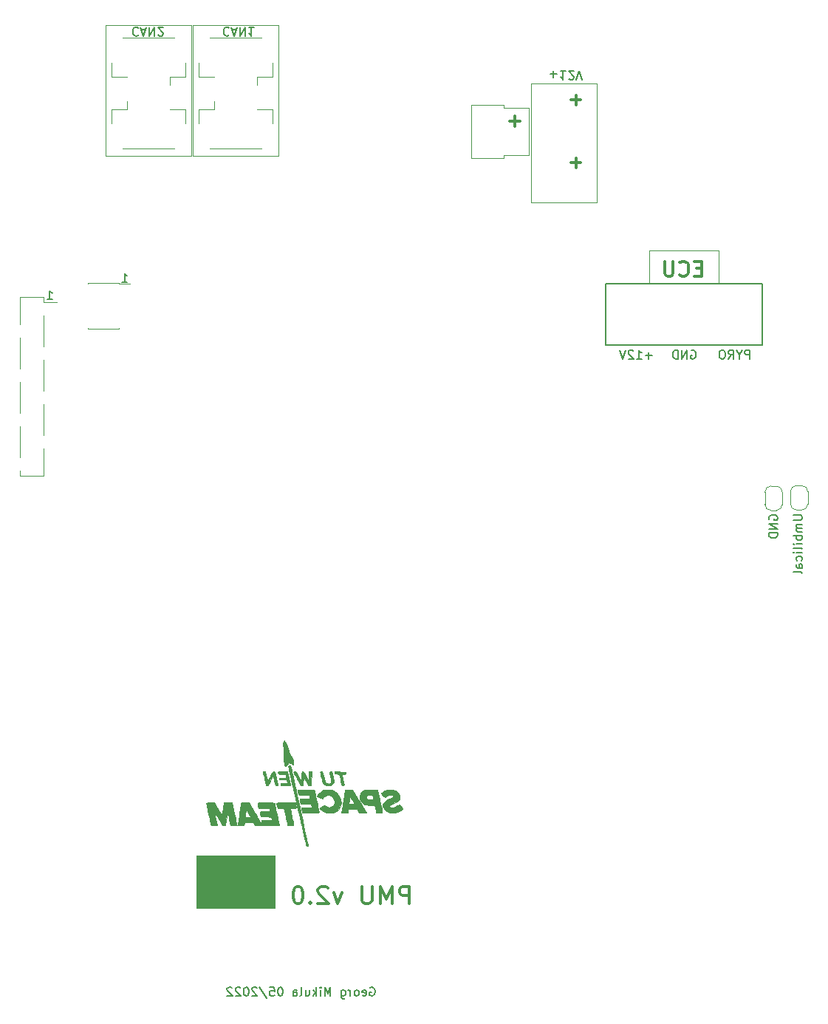
<source format=gbr>
%TF.GenerationSoftware,KiCad,Pcbnew,6.0.5-a6ca702e91~116~ubuntu20.04.1*%
%TF.CreationDate,2022-05-11T20:42:01+02:00*%
%TF.ProjectId,uHoubolt_PCB_PMU,75486f75-626f-46c7-945f-5043425f504d,rev?*%
%TF.SameCoordinates,PX8583b00PY5f5e100*%
%TF.FileFunction,Legend,Bot*%
%TF.FilePolarity,Positive*%
%FSLAX46Y46*%
G04 Gerber Fmt 4.6, Leading zero omitted, Abs format (unit mm)*
G04 Created by KiCad (PCBNEW 6.0.5-a6ca702e91~116~ubuntu20.04.1) date 2022-05-11 20:42:01*
%MOMM*%
%LPD*%
G01*
G04 APERTURE LIST*
%ADD10C,0.120000*%
%ADD11C,0.100000*%
%ADD12C,0.300000*%
%ADD13C,0.200000*%
%ADD14C,0.010000*%
%ADD15C,0.150000*%
G04 APERTURE END LIST*
D10*
X33600000Y47600000D02*
X26100000Y47600000D01*
X26100000Y47600000D02*
X26100000Y34000000D01*
X26100000Y34000000D02*
X33600000Y34000000D01*
X33600000Y34000000D02*
X33600000Y47600000D01*
X-22700000Y39300000D02*
X-12900000Y39300000D01*
X-12900000Y39300000D02*
X-12900000Y54300000D01*
X-12900000Y54300000D02*
X-22700000Y54300000D01*
X-22700000Y54300000D02*
X-22700000Y39300000D01*
D11*
G36*
X-3300000Y-46900000D02*
G01*
X-12300000Y-46900000D01*
X-12300000Y-40900000D01*
X-3300000Y-40900000D01*
X-3300000Y-46900000D01*
G37*
X-3300000Y-46900000D02*
X-12300000Y-46900000D01*
X-12300000Y-40900000D01*
X-3300000Y-40900000D01*
X-3300000Y-46900000D01*
D10*
X-2900000Y39300000D02*
X-12700000Y39300000D01*
X-12700000Y39300000D02*
X-12700000Y54300000D01*
X-12700000Y54300000D02*
X-2900000Y54300000D01*
X-2900000Y54300000D02*
X-2900000Y39300000D01*
D12*
X31207142Y46271429D02*
X31207142Y45128572D01*
X31778571Y45700000D02*
X30635714Y45700000D01*
D13*
X28268095Y48671429D02*
X29030000Y48671429D01*
X28649047Y49052381D02*
X28649047Y48290477D01*
X30030000Y49052381D02*
X29458571Y49052381D01*
X29744285Y49052381D02*
X29744285Y48052381D01*
X29649047Y48195239D01*
X29553809Y48290477D01*
X29458571Y48338096D01*
X30410952Y48147620D02*
X30458571Y48100000D01*
X30553809Y48052381D01*
X30791904Y48052381D01*
X30887142Y48100000D01*
X30934761Y48147620D01*
X30982380Y48242858D01*
X30982380Y48338096D01*
X30934761Y48480953D01*
X30363333Y49052381D01*
X30982380Y49052381D01*
X31268095Y48052381D02*
X31601428Y49052381D01*
X31934761Y48052381D01*
X-29391905Y22847620D02*
X-28820477Y22847620D01*
X-29106191Y22847620D02*
X-29106191Y23847620D01*
X-29010953Y23704762D01*
X-28915715Y23609524D01*
X-28820477Y23561905D01*
X7608095Y-56000000D02*
X7703333Y-55952380D01*
X7846190Y-55952380D01*
X7989047Y-56000000D01*
X8084285Y-56095238D01*
X8131904Y-56190476D01*
X8179523Y-56380952D01*
X8179523Y-56523809D01*
X8131904Y-56714285D01*
X8084285Y-56809523D01*
X7989047Y-56904761D01*
X7846190Y-56952380D01*
X7750952Y-56952380D01*
X7608095Y-56904761D01*
X7560476Y-56857142D01*
X7560476Y-56523809D01*
X7750952Y-56523809D01*
X6750952Y-56904761D02*
X6846190Y-56952380D01*
X7036666Y-56952380D01*
X7131904Y-56904761D01*
X7179523Y-56809523D01*
X7179523Y-56428571D01*
X7131904Y-56333333D01*
X7036666Y-56285714D01*
X6846190Y-56285714D01*
X6750952Y-56333333D01*
X6703333Y-56428571D01*
X6703333Y-56523809D01*
X7179523Y-56619047D01*
X6131904Y-56952380D02*
X6227142Y-56904761D01*
X6274761Y-56857142D01*
X6322380Y-56761904D01*
X6322380Y-56476190D01*
X6274761Y-56380952D01*
X6227142Y-56333333D01*
X6131904Y-56285714D01*
X5989047Y-56285714D01*
X5893809Y-56333333D01*
X5846190Y-56380952D01*
X5798571Y-56476190D01*
X5798571Y-56761904D01*
X5846190Y-56857142D01*
X5893809Y-56904761D01*
X5989047Y-56952380D01*
X6131904Y-56952380D01*
X5370000Y-56952380D02*
X5370000Y-56285714D01*
X5370000Y-56476190D02*
X5322380Y-56380952D01*
X5274761Y-56333333D01*
X5179523Y-56285714D01*
X5084285Y-56285714D01*
X4322380Y-56285714D02*
X4322380Y-57095238D01*
X4370000Y-57190476D01*
X4417619Y-57238095D01*
X4512857Y-57285714D01*
X4655714Y-57285714D01*
X4750952Y-57238095D01*
X4322380Y-56904761D02*
X4417619Y-56952380D01*
X4608095Y-56952380D01*
X4703333Y-56904761D01*
X4750952Y-56857142D01*
X4798571Y-56761904D01*
X4798571Y-56476190D01*
X4750952Y-56380952D01*
X4703333Y-56333333D01*
X4608095Y-56285714D01*
X4417619Y-56285714D01*
X4322380Y-56333333D01*
X3084285Y-56952380D02*
X3084285Y-55952380D01*
X2750952Y-56666666D01*
X2417619Y-55952380D01*
X2417619Y-56952380D01*
X1941428Y-56952380D02*
X1941428Y-56285714D01*
X1941428Y-55952380D02*
X1989047Y-56000000D01*
X1941428Y-56047619D01*
X1893809Y-56000000D01*
X1941428Y-55952380D01*
X1941428Y-56047619D01*
X1465238Y-56952380D02*
X1465238Y-55952380D01*
X1370000Y-56571428D02*
X1084285Y-56952380D01*
X1084285Y-56285714D02*
X1465238Y-56666666D01*
X227142Y-56285714D02*
X227142Y-56952380D01*
X655714Y-56285714D02*
X655714Y-56809523D01*
X608095Y-56904761D01*
X512857Y-56952380D01*
X370000Y-56952380D01*
X274761Y-56904761D01*
X227142Y-56857142D01*
X-391905Y-56952380D02*
X-296667Y-56904761D01*
X-249048Y-56809523D01*
X-249048Y-55952380D01*
X-1201429Y-56952380D02*
X-1201429Y-56428571D01*
X-1153810Y-56333333D01*
X-1058572Y-56285714D01*
X-868096Y-56285714D01*
X-772858Y-56333333D01*
X-1201429Y-56904761D02*
X-1106191Y-56952380D01*
X-868096Y-56952380D01*
X-772858Y-56904761D01*
X-725239Y-56809523D01*
X-725239Y-56714285D01*
X-772858Y-56619047D01*
X-868096Y-56571428D01*
X-1106191Y-56571428D01*
X-1201429Y-56523809D01*
X-2630000Y-55952380D02*
X-2725239Y-55952380D01*
X-2820477Y-56000000D01*
X-2868096Y-56047619D01*
X-2915715Y-56142857D01*
X-2963334Y-56333333D01*
X-2963334Y-56571428D01*
X-2915715Y-56761904D01*
X-2868096Y-56857142D01*
X-2820477Y-56904761D01*
X-2725239Y-56952380D01*
X-2630000Y-56952380D01*
X-2534762Y-56904761D01*
X-2487143Y-56857142D01*
X-2439524Y-56761904D01*
X-2391905Y-56571428D01*
X-2391905Y-56333333D01*
X-2439524Y-56142857D01*
X-2487143Y-56047619D01*
X-2534762Y-56000000D01*
X-2630000Y-55952380D01*
X-3868096Y-55952380D02*
X-3391905Y-55952380D01*
X-3344286Y-56428571D01*
X-3391905Y-56380952D01*
X-3487143Y-56333333D01*
X-3725239Y-56333333D01*
X-3820477Y-56380952D01*
X-3868096Y-56428571D01*
X-3915715Y-56523809D01*
X-3915715Y-56761904D01*
X-3868096Y-56857142D01*
X-3820477Y-56904761D01*
X-3725239Y-56952380D01*
X-3487143Y-56952380D01*
X-3391905Y-56904761D01*
X-3344286Y-56857142D01*
X-5058572Y-55904761D02*
X-4201429Y-57190476D01*
X-5344286Y-56047619D02*
X-5391905Y-56000000D01*
X-5487143Y-55952380D01*
X-5725239Y-55952380D01*
X-5820477Y-56000000D01*
X-5868096Y-56047619D01*
X-5915715Y-56142857D01*
X-5915715Y-56238095D01*
X-5868096Y-56380952D01*
X-5296667Y-56952380D01*
X-5915715Y-56952380D01*
X-6534762Y-55952380D02*
X-6630000Y-55952380D01*
X-6725239Y-56000000D01*
X-6772858Y-56047619D01*
X-6820477Y-56142857D01*
X-6868096Y-56333333D01*
X-6868096Y-56571428D01*
X-6820477Y-56761904D01*
X-6772858Y-56857142D01*
X-6725239Y-56904761D01*
X-6630000Y-56952380D01*
X-6534762Y-56952380D01*
X-6439524Y-56904761D01*
X-6391905Y-56857142D01*
X-6344286Y-56761904D01*
X-6296667Y-56571428D01*
X-6296667Y-56333333D01*
X-6344286Y-56142857D01*
X-6391905Y-56047619D01*
X-6439524Y-56000000D01*
X-6534762Y-55952380D01*
X-7249048Y-56047619D02*
X-7296667Y-56000000D01*
X-7391905Y-55952380D01*
X-7630000Y-55952380D01*
X-7725239Y-56000000D01*
X-7772858Y-56047619D01*
X-7820477Y-56142857D01*
X-7820477Y-56238095D01*
X-7772858Y-56380952D01*
X-7201429Y-56952380D01*
X-7820477Y-56952380D01*
X-8201429Y-56047619D02*
X-8249048Y-56000000D01*
X-8344286Y-55952380D01*
X-8582381Y-55952380D01*
X-8677620Y-56000000D01*
X-8725239Y-56047619D01*
X-8772858Y-56142857D01*
X-8772858Y-56238095D01*
X-8725239Y-56380952D01*
X-8153810Y-56952380D01*
X-8772858Y-56952380D01*
X53375000Y-2391904D02*
X53327380Y-2296666D01*
X53327380Y-2153809D01*
X53375000Y-2010952D01*
X53470238Y-1915714D01*
X53565476Y-1868095D01*
X53755952Y-1820476D01*
X53898809Y-1820476D01*
X54089285Y-1868095D01*
X54184523Y-1915714D01*
X54279761Y-2010952D01*
X54327380Y-2153809D01*
X54327380Y-2249047D01*
X54279761Y-2391904D01*
X54232142Y-2439523D01*
X53898809Y-2439523D01*
X53898809Y-2249047D01*
X54327380Y-2868095D02*
X53327380Y-2868095D01*
X54327380Y-3439523D01*
X53327380Y-3439523D01*
X54327380Y-3915714D02*
X53327380Y-3915714D01*
X53327380Y-4153809D01*
X53375000Y-4296666D01*
X53470238Y-4391904D01*
X53565476Y-4439523D01*
X53755952Y-4487142D01*
X53898809Y-4487142D01*
X54089285Y-4439523D01*
X54184523Y-4391904D01*
X54279761Y-4296666D01*
X54327380Y-4153809D01*
X54327380Y-3915714D01*
X-20791905Y24847620D02*
X-20220477Y24847620D01*
X-20506191Y24847620D02*
X-20506191Y25847620D01*
X-20410953Y25704762D01*
X-20315715Y25609524D01*
X-20220477Y25561905D01*
X-18960477Y53957143D02*
X-19008096Y54004762D01*
X-19150953Y54052381D01*
X-19246191Y54052381D01*
X-19389048Y54004762D01*
X-19484286Y53909524D01*
X-19531905Y53814286D01*
X-19579524Y53623810D01*
X-19579524Y53480953D01*
X-19531905Y53290477D01*
X-19484286Y53195239D01*
X-19389048Y53100000D01*
X-19246191Y53052381D01*
X-19150953Y53052381D01*
X-19008096Y53100000D01*
X-18960477Y53147620D01*
X-18579524Y53766667D02*
X-18103334Y53766667D01*
X-18674762Y54052381D02*
X-18341429Y53052381D01*
X-18008096Y54052381D01*
X-17674762Y54052381D02*
X-17674762Y53052381D01*
X-17103334Y54052381D01*
X-17103334Y53052381D01*
X-16674762Y53147620D02*
X-16627143Y53100000D01*
X-16531905Y53052381D01*
X-16293810Y53052381D01*
X-16198572Y53100000D01*
X-16150953Y53147620D01*
X-16103334Y53242858D01*
X-16103334Y53338096D01*
X-16150953Y53480953D01*
X-16722381Y54052381D01*
X-16103334Y54052381D01*
X39931904Y16428572D02*
X39170000Y16428572D01*
X39550952Y16047620D02*
X39550952Y16809524D01*
X38170000Y16047620D02*
X38741428Y16047620D01*
X38455714Y16047620D02*
X38455714Y17047620D01*
X38550952Y16904762D01*
X38646190Y16809524D01*
X38741428Y16761905D01*
X37789047Y16952381D02*
X37741428Y17000000D01*
X37646190Y17047620D01*
X37408095Y17047620D01*
X37312857Y17000000D01*
X37265238Y16952381D01*
X37217619Y16857143D01*
X37217619Y16761905D01*
X37265238Y16619048D01*
X37836666Y16047620D01*
X37217619Y16047620D01*
X36931904Y17047620D02*
X36598571Y16047620D01*
X36265238Y17047620D01*
D12*
X12119047Y-46404761D02*
X12119047Y-44404761D01*
X11357142Y-44404761D01*
X11166666Y-44500000D01*
X11071428Y-44595238D01*
X10976190Y-44785714D01*
X10976190Y-45071428D01*
X11071428Y-45261904D01*
X11166666Y-45357142D01*
X11357142Y-45452380D01*
X12119047Y-45452380D01*
X10119047Y-46404761D02*
X10119047Y-44404761D01*
X9452380Y-45833333D01*
X8785714Y-44404761D01*
X8785714Y-46404761D01*
X7833333Y-44404761D02*
X7833333Y-46023809D01*
X7738095Y-46214285D01*
X7642857Y-46309523D01*
X7452380Y-46404761D01*
X7071428Y-46404761D01*
X6880952Y-46309523D01*
X6785714Y-46214285D01*
X6690476Y-46023809D01*
X6690476Y-44404761D01*
X4404761Y-45071428D02*
X3928571Y-46404761D01*
X3452380Y-45071428D01*
X2785714Y-44595238D02*
X2690476Y-44500000D01*
X2500000Y-44404761D01*
X2023809Y-44404761D01*
X1833333Y-44500000D01*
X1738095Y-44595238D01*
X1642857Y-44785714D01*
X1642857Y-44976190D01*
X1738095Y-45261904D01*
X2880952Y-46404761D01*
X1642857Y-46404761D01*
X785714Y-46214285D02*
X690476Y-46309523D01*
X785714Y-46404761D01*
X880952Y-46309523D01*
X785714Y-46214285D01*
X785714Y-46404761D01*
X-547620Y-44404761D02*
X-738096Y-44404761D01*
X-928572Y-44500000D01*
X-1023810Y-44595238D01*
X-1119048Y-44785714D01*
X-1214286Y-45166666D01*
X-1214286Y-45642857D01*
X-1119048Y-46023809D01*
X-1023810Y-46214285D01*
X-928572Y-46309523D01*
X-738096Y-46404761D01*
X-547620Y-46404761D01*
X-357143Y-46309523D01*
X-261905Y-46214285D01*
X-166667Y-46023809D01*
X-71429Y-45642857D01*
X-71429Y-45166666D01*
X-166667Y-44785714D01*
X-261905Y-44595238D01*
X-357143Y-44500000D01*
X-547620Y-44404761D01*
D13*
X44408095Y17000000D02*
X44503333Y17047620D01*
X44646190Y17047620D01*
X44789047Y17000000D01*
X44884285Y16904762D01*
X44931904Y16809524D01*
X44979523Y16619048D01*
X44979523Y16476191D01*
X44931904Y16285715D01*
X44884285Y16190477D01*
X44789047Y16095239D01*
X44646190Y16047620D01*
X44550952Y16047620D01*
X44408095Y16095239D01*
X44360476Y16142858D01*
X44360476Y16476191D01*
X44550952Y16476191D01*
X43931904Y16047620D02*
X43931904Y17047620D01*
X43360476Y16047620D01*
X43360476Y17047620D01*
X42884285Y16047620D02*
X42884285Y17047620D01*
X42646190Y17047620D01*
X42503333Y17000000D01*
X42408095Y16904762D01*
X42360476Y16809524D01*
X42312857Y16619048D01*
X42312857Y16476191D01*
X42360476Y16285715D01*
X42408095Y16190477D01*
X42503333Y16095239D01*
X42646190Y16047620D01*
X42884285Y16047620D01*
D12*
X45604761Y26421429D02*
X45038095Y26421429D01*
X44795238Y25530953D02*
X45604761Y25530953D01*
X45604761Y27230953D01*
X44795238Y27230953D01*
X43095238Y25692858D02*
X43176190Y25611905D01*
X43419047Y25530953D01*
X43580952Y25530953D01*
X43823809Y25611905D01*
X43985714Y25773810D01*
X44066666Y25935715D01*
X44147619Y26259524D01*
X44147619Y26502381D01*
X44066666Y26826191D01*
X43985714Y26988096D01*
X43823809Y27150000D01*
X43580952Y27230953D01*
X43419047Y27230953D01*
X43176190Y27150000D01*
X43095238Y27069048D01*
X42366666Y27230953D02*
X42366666Y25854762D01*
X42285714Y25692858D01*
X42204761Y25611905D01*
X42042857Y25530953D01*
X41719047Y25530953D01*
X41557142Y25611905D01*
X41476190Y25692858D01*
X41395238Y25854762D01*
X41395238Y27230953D01*
D13*
X51131904Y16047620D02*
X51131904Y17047620D01*
X50750952Y17047620D01*
X50655714Y17000000D01*
X50608095Y16952381D01*
X50560476Y16857143D01*
X50560476Y16714286D01*
X50608095Y16619048D01*
X50655714Y16571429D01*
X50750952Y16523810D01*
X51131904Y16523810D01*
X49941428Y16523810D02*
X49941428Y16047620D01*
X50274761Y17047620D02*
X49941428Y16523810D01*
X49608095Y17047620D01*
X48703333Y16047620D02*
X49036666Y16523810D01*
X49274761Y16047620D02*
X49274761Y17047620D01*
X48893809Y17047620D01*
X48798571Y17000000D01*
X48750952Y16952381D01*
X48703333Y16857143D01*
X48703333Y16714286D01*
X48750952Y16619048D01*
X48798571Y16571429D01*
X48893809Y16523810D01*
X49274761Y16523810D01*
X48084285Y17047620D02*
X47893809Y17047620D01*
X47798571Y17000000D01*
X47703333Y16904762D01*
X47655714Y16714286D01*
X47655714Y16380953D01*
X47703333Y16190477D01*
X47798571Y16095239D01*
X47893809Y16047620D01*
X48084285Y16047620D01*
X48179523Y16095239D01*
X48274761Y16190477D01*
X48322380Y16380953D01*
X48322380Y16714286D01*
X48274761Y16904762D01*
X48179523Y17000000D01*
X48084285Y17047620D01*
X56152380Y-1868095D02*
X56961904Y-1868095D01*
X57057142Y-1915714D01*
X57104761Y-1963333D01*
X57152380Y-2058571D01*
X57152380Y-2249047D01*
X57104761Y-2344285D01*
X57057142Y-2391904D01*
X56961904Y-2439523D01*
X56152380Y-2439523D01*
X57152380Y-2915714D02*
X56485714Y-2915714D01*
X56580952Y-2915714D02*
X56533333Y-2963333D01*
X56485714Y-3058571D01*
X56485714Y-3201428D01*
X56533333Y-3296666D01*
X56628571Y-3344285D01*
X57152380Y-3344285D01*
X56628571Y-3344285D02*
X56533333Y-3391904D01*
X56485714Y-3487142D01*
X56485714Y-3630000D01*
X56533333Y-3725238D01*
X56628571Y-3772857D01*
X57152380Y-3772857D01*
X57152380Y-4249047D02*
X56152380Y-4249047D01*
X56533333Y-4249047D02*
X56485714Y-4344285D01*
X56485714Y-4534761D01*
X56533333Y-4630000D01*
X56580952Y-4677619D01*
X56676190Y-4725238D01*
X56961904Y-4725238D01*
X57057142Y-4677619D01*
X57104761Y-4630000D01*
X57152380Y-4534761D01*
X57152380Y-4344285D01*
X57104761Y-4249047D01*
X57152380Y-5153809D02*
X56485714Y-5153809D01*
X56152380Y-5153809D02*
X56200000Y-5106190D01*
X56247619Y-5153809D01*
X56200000Y-5201428D01*
X56152380Y-5153809D01*
X56247619Y-5153809D01*
X57152380Y-5772857D02*
X57104761Y-5677619D01*
X57009523Y-5630000D01*
X56152380Y-5630000D01*
X57152380Y-6153809D02*
X56485714Y-6153809D01*
X56152380Y-6153809D02*
X56200000Y-6106190D01*
X56247619Y-6153809D01*
X56200000Y-6201428D01*
X56152380Y-6153809D01*
X56247619Y-6153809D01*
X57104761Y-7058571D02*
X57152380Y-6963333D01*
X57152380Y-6772857D01*
X57104761Y-6677619D01*
X57057142Y-6630000D01*
X56961904Y-6582380D01*
X56676190Y-6582380D01*
X56580952Y-6630000D01*
X56533333Y-6677619D01*
X56485714Y-6772857D01*
X56485714Y-6963333D01*
X56533333Y-7058571D01*
X57152380Y-7915714D02*
X56628571Y-7915714D01*
X56533333Y-7868095D01*
X56485714Y-7772857D01*
X56485714Y-7582380D01*
X56533333Y-7487142D01*
X57104761Y-7915714D02*
X57152380Y-7820476D01*
X57152380Y-7582380D01*
X57104761Y-7487142D01*
X57009523Y-7439523D01*
X56914285Y-7439523D01*
X56819047Y-7487142D01*
X56771428Y-7582380D01*
X56771428Y-7820476D01*
X56723809Y-7915714D01*
X57152380Y-8534761D02*
X57104761Y-8439523D01*
X57009523Y-8391904D01*
X56152380Y-8391904D01*
D12*
X31207142Y39071429D02*
X31207142Y37928572D01*
X31778571Y38500000D02*
X30635714Y38500000D01*
X24207142Y43871429D02*
X24207142Y42728572D01*
X24778571Y43300000D02*
X23635714Y43300000D01*
D13*
X-8560477Y53957143D02*
X-8608096Y54004762D01*
X-8750953Y54052381D01*
X-8846191Y54052381D01*
X-8989048Y54004762D01*
X-9084286Y53909524D01*
X-9131905Y53814286D01*
X-9179524Y53623810D01*
X-9179524Y53480953D01*
X-9131905Y53290477D01*
X-9084286Y53195239D01*
X-8989048Y53100000D01*
X-8846191Y53052381D01*
X-8750953Y53052381D01*
X-8608096Y53100000D01*
X-8560477Y53147620D01*
X-8179524Y53766667D02*
X-7703334Y53766667D01*
X-8274762Y54052381D02*
X-7941429Y53052381D01*
X-7608096Y54052381D01*
X-7274762Y54052381D02*
X-7274762Y53052381D01*
X-6703334Y54052381D01*
X-6703334Y53052381D01*
X-5703334Y54052381D02*
X-6274762Y54052381D01*
X-5989048Y54052381D02*
X-5989048Y53052381D01*
X-6084286Y53195239D01*
X-6179524Y53290477D01*
X-6274762Y53338096D01*
%TO.C,G1*%
G36*
X298964Y-33330561D02*
G01*
X607793Y-33331399D01*
X838229Y-33334209D01*
X1002060Y-33339950D01*
X1111073Y-33349578D01*
X1177056Y-33364051D01*
X1211796Y-33384327D01*
X1227079Y-33411364D01*
X1228232Y-33415214D01*
X1250079Y-33501636D01*
X1286545Y-33658676D01*
X1334480Y-33871714D01*
X1390737Y-34126136D01*
X1452167Y-34407323D01*
X1515621Y-34700659D01*
X1577952Y-34991527D01*
X1636009Y-35265311D01*
X1686646Y-35507393D01*
X1726713Y-35703157D01*
X1753063Y-35837985D01*
X1762545Y-35897261D01*
X1758606Y-35911761D01*
X1729901Y-35930818D01*
X1663968Y-35944108D01*
X1549787Y-35952266D01*
X1376340Y-35955927D01*
X1132606Y-35955727D01*
X807564Y-35952300D01*
X-147417Y-35939818D01*
X-178150Y-35824364D01*
X-180446Y-35815604D01*
X-210876Y-35685024D01*
X-241261Y-35535727D01*
X-273640Y-35362545D01*
X935458Y-35362545D01*
X904209Y-35189364D01*
X899085Y-35161884D01*
X873684Y-35046242D01*
X853209Y-34981545D01*
X851167Y-34979597D01*
X788470Y-34966831D01*
X654040Y-34956446D01*
X465929Y-34949464D01*
X242195Y-34946909D01*
X-349067Y-34946909D01*
X-401625Y-34685207D01*
X-423713Y-34571633D01*
X-445680Y-34448281D01*
X-454182Y-34385025D01*
X-453424Y-34383058D01*
X-399530Y-34368806D01*
X-272919Y-34357205D01*
X-90988Y-34349402D01*
X128863Y-34346545D01*
X711909Y-34346545D01*
X683045Y-34202227D01*
X662864Y-34083111D01*
X654182Y-33994409D01*
X639778Y-33969969D01*
X583093Y-33950965D01*
X471525Y-33938971D01*
X292599Y-33932712D01*
X33839Y-33930909D01*
X-197739Y-33931293D01*
X-379017Y-33928510D01*
X-497767Y-33915814D01*
X-569610Y-33886447D01*
X-610166Y-33833649D01*
X-635057Y-33750662D01*
X-659901Y-33630727D01*
X-686244Y-33515704D01*
X-713487Y-33411364D01*
X-716081Y-33400593D01*
X-711983Y-33376263D01*
X-682768Y-33358303D01*
X-617228Y-33345757D01*
X-504157Y-33337665D01*
X-332347Y-33333071D01*
X-90590Y-33331017D01*
X232321Y-33330545D01*
X298964Y-33330561D01*
G37*
D14*
X298964Y-33330561D02*
X607793Y-33331399D01*
X838229Y-33334209D01*
X1002060Y-33339950D01*
X1111073Y-33349578D01*
X1177056Y-33364051D01*
X1211796Y-33384327D01*
X1227079Y-33411364D01*
X1228232Y-33415214D01*
X1250079Y-33501636D01*
X1286545Y-33658676D01*
X1334480Y-33871714D01*
X1390737Y-34126136D01*
X1452167Y-34407323D01*
X1515621Y-34700659D01*
X1577952Y-34991527D01*
X1636009Y-35265311D01*
X1686646Y-35507393D01*
X1726713Y-35703157D01*
X1753063Y-35837985D01*
X1762545Y-35897261D01*
X1758606Y-35911761D01*
X1729901Y-35930818D01*
X1663968Y-35944108D01*
X1549787Y-35952266D01*
X1376340Y-35955927D01*
X1132606Y-35955727D01*
X807564Y-35952300D01*
X-147417Y-35939818D01*
X-178150Y-35824364D01*
X-180446Y-35815604D01*
X-210876Y-35685024D01*
X-241261Y-35535727D01*
X-273640Y-35362545D01*
X935458Y-35362545D01*
X904209Y-35189364D01*
X899085Y-35161884D01*
X873684Y-35046242D01*
X853209Y-34981545D01*
X851167Y-34979597D01*
X788470Y-34966831D01*
X654040Y-34956446D01*
X465929Y-34949464D01*
X242195Y-34946909D01*
X-349067Y-34946909D01*
X-401625Y-34685207D01*
X-423713Y-34571633D01*
X-445680Y-34448281D01*
X-454182Y-34385025D01*
X-453424Y-34383058D01*
X-399530Y-34368806D01*
X-272919Y-34357205D01*
X-90988Y-34349402D01*
X128863Y-34346545D01*
X711909Y-34346545D01*
X683045Y-34202227D01*
X662864Y-34083111D01*
X654182Y-33994409D01*
X639778Y-33969969D01*
X583093Y-33950965D01*
X471525Y-33938971D01*
X292599Y-33932712D01*
X33839Y-33930909D01*
X-197739Y-33931293D01*
X-379017Y-33928510D01*
X-497767Y-33915814D01*
X-569610Y-33886447D01*
X-610166Y-33833649D01*
X-635057Y-33750662D01*
X-659901Y-33630727D01*
X-686244Y-33515704D01*
X-713487Y-33411364D01*
X-716081Y-33400593D01*
X-711983Y-33376263D01*
X-682768Y-33358303D01*
X-617228Y-33345757D01*
X-504157Y-33337665D01*
X-332347Y-33333071D01*
X-90590Y-33331017D01*
X232321Y-33330545D01*
X298964Y-33330561D01*
G36*
X10206177Y-33327102D02*
G01*
X10466636Y-33400802D01*
X10690912Y-33523026D01*
X10866541Y-33690039D01*
X10981058Y-33898109D01*
X11022000Y-34143502D01*
X11020781Y-34194192D01*
X10986534Y-34384948D01*
X10898179Y-34546476D01*
X10746251Y-34688222D01*
X10521286Y-34819633D01*
X10213818Y-34950154D01*
X10020588Y-35034239D01*
X9878162Y-35126889D01*
X9823212Y-35212722D01*
X9857035Y-35289487D01*
X9980923Y-35354933D01*
X10094417Y-35376023D01*
X10304416Y-35356720D01*
X10537239Y-35280807D01*
X10768264Y-35154549D01*
X10996753Y-35000788D01*
X11182558Y-35222712D01*
X11268672Y-35330526D01*
X11340695Y-35432211D01*
X11368363Y-35487904D01*
X11351811Y-35537275D01*
X11264508Y-35629604D01*
X11119052Y-35728771D01*
X10934530Y-35824088D01*
X10730029Y-35904865D01*
X10524636Y-35960413D01*
X10244073Y-35993381D01*
X9921728Y-35972408D01*
X9634871Y-35888719D01*
X9395286Y-35747672D01*
X9214758Y-35554624D01*
X9105070Y-35314935D01*
X9093818Y-35269144D01*
X9076734Y-35045485D01*
X9134404Y-34849373D01*
X9271215Y-34674821D01*
X9491550Y-34515844D01*
X9799793Y-34366456D01*
X9854407Y-34343652D01*
X10069941Y-34247856D01*
X10208222Y-34171965D01*
X10277976Y-34108637D01*
X10287931Y-34050528D01*
X10246813Y-33990294D01*
X10151266Y-33939460D01*
X9988634Y-33928800D01*
X9790543Y-33966841D01*
X9577281Y-34049381D01*
X9369131Y-34172213D01*
X9323053Y-34195033D01*
X9269164Y-34183732D01*
X9195124Y-34122512D01*
X9082269Y-34000182D01*
X8980662Y-33881514D01*
X8905632Y-33786484D01*
X8876320Y-33738988D01*
X8895358Y-33713283D01*
X8973295Y-33648423D01*
X9091176Y-33565213D01*
X9332334Y-33434467D01*
X9626562Y-33340201D01*
X9921997Y-33305657D01*
X10206177Y-33327102D01*
G37*
X10206177Y-33327102D02*
X10466636Y-33400802D01*
X10690912Y-33523026D01*
X10866541Y-33690039D01*
X10981058Y-33898109D01*
X11022000Y-34143502D01*
X11020781Y-34194192D01*
X10986534Y-34384948D01*
X10898179Y-34546476D01*
X10746251Y-34688222D01*
X10521286Y-34819633D01*
X10213818Y-34950154D01*
X10020588Y-35034239D01*
X9878162Y-35126889D01*
X9823212Y-35212722D01*
X9857035Y-35289487D01*
X9980923Y-35354933D01*
X10094417Y-35376023D01*
X10304416Y-35356720D01*
X10537239Y-35280807D01*
X10768264Y-35154549D01*
X10996753Y-35000788D01*
X11182558Y-35222712D01*
X11268672Y-35330526D01*
X11340695Y-35432211D01*
X11368363Y-35487904D01*
X11351811Y-35537275D01*
X11264508Y-35629604D01*
X11119052Y-35728771D01*
X10934530Y-35824088D01*
X10730029Y-35904865D01*
X10524636Y-35960413D01*
X10244073Y-35993381D01*
X9921728Y-35972408D01*
X9634871Y-35888719D01*
X9395286Y-35747672D01*
X9214758Y-35554624D01*
X9105070Y-35314935D01*
X9093818Y-35269144D01*
X9076734Y-35045485D01*
X9134404Y-34849373D01*
X9271215Y-34674821D01*
X9491550Y-34515844D01*
X9799793Y-34366456D01*
X9854407Y-34343652D01*
X10069941Y-34247856D01*
X10208222Y-34171965D01*
X10277976Y-34108637D01*
X10287931Y-34050528D01*
X10246813Y-33990294D01*
X10151266Y-33939460D01*
X9988634Y-33928800D01*
X9790543Y-33966841D01*
X9577281Y-34049381D01*
X9369131Y-34172213D01*
X9323053Y-34195033D01*
X9269164Y-34183732D01*
X9195124Y-34122512D01*
X9082269Y-34000182D01*
X8980662Y-33881514D01*
X8905632Y-33786484D01*
X8876320Y-33738988D01*
X8895358Y-33713283D01*
X8973295Y-33648423D01*
X9091176Y-33565213D01*
X9332334Y-33434467D01*
X9626562Y-33340201D01*
X9921997Y-33305657D01*
X10206177Y-33327102D01*
G36*
X-922376Y-35070066D02*
G01*
X-910495Y-35128796D01*
X-880149Y-35294411D01*
X-881907Y-35391749D01*
X-929717Y-35438892D01*
X-1037529Y-35453918D01*
X-1219294Y-35454909D01*
X-1268075Y-35454998D01*
X-1426438Y-35458499D01*
X-1513799Y-35470257D01*
X-1547453Y-35494568D01*
X-1544697Y-35535727D01*
X-1540585Y-35550454D01*
X-1515320Y-35653601D01*
X-1477137Y-35820035D01*
X-1429704Y-36032708D01*
X-1376692Y-36274571D01*
X-1321769Y-36528575D01*
X-1268604Y-36777672D01*
X-1220866Y-37004815D01*
X-1182225Y-37192953D01*
X-1156350Y-37325039D01*
X-1146909Y-37384025D01*
X-1164754Y-37405060D01*
X-1250894Y-37428653D01*
X-1384312Y-37441286D01*
X-1537991Y-37442998D01*
X-1684919Y-37433828D01*
X-1798081Y-37413815D01*
X-1850463Y-37383000D01*
X-1852683Y-37375673D01*
X-1872548Y-37294412D01*
X-1907588Y-37140814D01*
X-1954594Y-36929289D01*
X-2010356Y-36674245D01*
X-2071663Y-36390091D01*
X-2272154Y-35454909D01*
X-2632288Y-35454909D01*
X-2778152Y-35454266D01*
X-2902048Y-35447986D01*
X-2970045Y-35429329D01*
X-3002777Y-35391551D01*
X-3020875Y-35327909D01*
X-3021067Y-35327051D01*
X-3053299Y-35190094D01*
X-3090770Y-35039273D01*
X-3095725Y-35019708D01*
X-3121734Y-34907244D01*
X-3132470Y-34843000D01*
X-3115483Y-34836871D01*
X-3020968Y-34827703D01*
X-2854758Y-34819858D01*
X-2629640Y-34813746D01*
X-2358402Y-34809778D01*
X-2053830Y-34808364D01*
X-974933Y-34808364D01*
X-922376Y-35070066D01*
G37*
X-922376Y-35070066D02*
X-910495Y-35128796D01*
X-880149Y-35294411D01*
X-881907Y-35391749D01*
X-929717Y-35438892D01*
X-1037529Y-35453918D01*
X-1219294Y-35454909D01*
X-1268075Y-35454998D01*
X-1426438Y-35458499D01*
X-1513799Y-35470257D01*
X-1547453Y-35494568D01*
X-1544697Y-35535727D01*
X-1540585Y-35550454D01*
X-1515320Y-35653601D01*
X-1477137Y-35820035D01*
X-1429704Y-36032708D01*
X-1376692Y-36274571D01*
X-1321769Y-36528575D01*
X-1268604Y-36777672D01*
X-1220866Y-37004815D01*
X-1182225Y-37192953D01*
X-1156350Y-37325039D01*
X-1146909Y-37384025D01*
X-1164754Y-37405060D01*
X-1250894Y-37428653D01*
X-1384312Y-37441286D01*
X-1537991Y-37442998D01*
X-1684919Y-37433828D01*
X-1798081Y-37413815D01*
X-1850463Y-37383000D01*
X-1852683Y-37375673D01*
X-1872548Y-37294412D01*
X-1907588Y-37140814D01*
X-1954594Y-36929289D01*
X-2010356Y-36674245D01*
X-2071663Y-36390091D01*
X-2272154Y-35454909D01*
X-2632288Y-35454909D01*
X-2778152Y-35454266D01*
X-2902048Y-35447986D01*
X-2970045Y-35429329D01*
X-3002777Y-35391551D01*
X-3020875Y-35327909D01*
X-3021067Y-35327051D01*
X-3053299Y-35190094D01*
X-3090770Y-35039273D01*
X-3095725Y-35019708D01*
X-3121734Y-34907244D01*
X-3132470Y-34843000D01*
X-3115483Y-34836871D01*
X-3020968Y-34827703D01*
X-2854758Y-34819858D01*
X-2629640Y-34813746D01*
X-2358402Y-34809778D01*
X-2053830Y-34808364D01*
X-974933Y-34808364D01*
X-922376Y-35070066D01*
G36*
X777023Y-31252364D02*
G01*
X943203Y-31252364D01*
X915688Y-31517909D01*
X905284Y-31631157D01*
X889178Y-31837342D01*
X872404Y-32079608D01*
X857263Y-32326091D01*
X826353Y-32868727D01*
X680865Y-32868727D01*
X630231Y-32866426D01*
X576854Y-32849518D01*
X526314Y-32804213D01*
X467911Y-32716793D01*
X390949Y-32573537D01*
X284727Y-32360727D01*
X278906Y-32348948D01*
X180651Y-32155812D01*
X95321Y-31998081D01*
X31888Y-31891728D01*
X-671Y-31852727D01*
X-13024Y-31881330D01*
X-27752Y-31985330D01*
X-40193Y-32147566D01*
X-48529Y-32349182D01*
X-61637Y-32845636D01*
X-358499Y-32874332D01*
X-752704Y-32086951D01*
X-760398Y-32071580D01*
X-882502Y-31826372D01*
X-988595Y-31611061D01*
X-1072288Y-31438793D01*
X-1127189Y-31322713D01*
X-1146909Y-31275967D01*
X-1146334Y-31273916D01*
X-1097589Y-31258628D01*
X-994345Y-31252364D01*
X-973398Y-31252512D01*
X-915875Y-31258718D01*
X-866786Y-31283594D01*
X-816401Y-31340038D01*
X-754989Y-31440942D01*
X-672818Y-31599203D01*
X-560157Y-31827716D01*
X-278534Y-32403068D01*
X-245348Y-31827716D01*
X-245180Y-31824800D01*
X-230816Y-31587108D01*
X-217676Y-31426420D01*
X-202025Y-31327669D01*
X-180124Y-31275788D01*
X-148235Y-31255708D01*
X-102620Y-31252364D01*
X-83939Y-31253609D01*
X-34390Y-31273618D01*
X19655Y-31327699D01*
X86911Y-31428224D01*
X176093Y-31587564D01*
X295917Y-31818091D01*
X584909Y-32383818D01*
X597876Y-31818091D01*
X610843Y-31252363D01*
X777023Y-31252364D01*
G37*
X777023Y-31252364D02*
X943203Y-31252364D01*
X915688Y-31517909D01*
X905284Y-31631157D01*
X889178Y-31837342D01*
X872404Y-32079608D01*
X857263Y-32326091D01*
X826353Y-32868727D01*
X680865Y-32868727D01*
X630231Y-32866426D01*
X576854Y-32849518D01*
X526314Y-32804213D01*
X467911Y-32716793D01*
X390949Y-32573537D01*
X284727Y-32360727D01*
X278906Y-32348948D01*
X180651Y-32155812D01*
X95321Y-31998081D01*
X31888Y-31891728D01*
X-671Y-31852727D01*
X-13024Y-31881330D01*
X-27752Y-31985330D01*
X-40193Y-32147566D01*
X-48529Y-32349182D01*
X-61637Y-32845636D01*
X-358499Y-32874332D01*
X-752704Y-32086951D01*
X-760398Y-32071580D01*
X-882502Y-31826372D01*
X-988595Y-31611061D01*
X-1072288Y-31438793D01*
X-1127189Y-31322713D01*
X-1146909Y-31275967D01*
X-1146334Y-31273916D01*
X-1097589Y-31258628D01*
X-994345Y-31252364D01*
X-973398Y-31252512D01*
X-915875Y-31258718D01*
X-866786Y-31283594D01*
X-816401Y-31340038D01*
X-754989Y-31440942D01*
X-672818Y-31599203D01*
X-560157Y-31827716D01*
X-278534Y-32403068D01*
X-245348Y-31827716D01*
X-245180Y-31824800D01*
X-230816Y-31587108D01*
X-217676Y-31426420D01*
X-202025Y-31327669D01*
X-180124Y-31275788D01*
X-148235Y-31255708D01*
X-102620Y-31252364D01*
X-83939Y-31253609D01*
X-34390Y-31273618D01*
X19655Y-31327699D01*
X86911Y-31428224D01*
X176093Y-31587564D01*
X295917Y-31818091D01*
X584909Y-32383818D01*
X597876Y-31818091D01*
X610843Y-31252363D01*
X777023Y-31252364D01*
G36*
X-2215008Y-27724927D02*
G01*
X-2148843Y-27816176D01*
X-2065833Y-27966171D01*
X-1974657Y-28156314D01*
X-1883993Y-28368005D01*
X-1802519Y-28582646D01*
X-1738913Y-28781636D01*
X-1732250Y-28804900D01*
X-1662041Y-29011927D01*
X-1579063Y-29208175D01*
X-1499878Y-29353987D01*
X-1467463Y-29405061D01*
X-1372983Y-29583161D01*
X-1288941Y-29781285D01*
X-1220112Y-29982147D01*
X-1171269Y-30168462D01*
X-1147186Y-30322944D01*
X-1152637Y-30428310D01*
X-1192397Y-30467273D01*
X-1231676Y-30454715D01*
X-1332645Y-30404392D01*
X-1463050Y-30328727D01*
X-1560514Y-30270074D01*
X-1662354Y-30212468D01*
X-1710841Y-30190182D01*
X-1736598Y-30215284D01*
X-1798487Y-30300356D01*
X-1879317Y-30424805D01*
X-1950739Y-30528014D01*
X-2029233Y-30614632D01*
X-2081478Y-30640659D01*
X-2130835Y-30598873D01*
X-2185552Y-30469058D01*
X-2224570Y-30263230D01*
X-2246368Y-29990278D01*
X-2249427Y-29659091D01*
X-2248881Y-29491147D01*
X-2257346Y-29185511D01*
X-2275401Y-28879734D01*
X-2300765Y-28620000D01*
X-2315984Y-28485698D01*
X-2333703Y-28229433D01*
X-2334107Y-28009696D01*
X-2318102Y-27840189D01*
X-2286593Y-27734617D01*
X-2240483Y-27706683D01*
X-2215008Y-27724927D01*
G37*
X-2215008Y-27724927D02*
X-2148843Y-27816176D01*
X-2065833Y-27966171D01*
X-1974657Y-28156314D01*
X-1883993Y-28368005D01*
X-1802519Y-28582646D01*
X-1738913Y-28781636D01*
X-1732250Y-28804900D01*
X-1662041Y-29011927D01*
X-1579063Y-29208175D01*
X-1499878Y-29353987D01*
X-1467463Y-29405061D01*
X-1372983Y-29583161D01*
X-1288941Y-29781285D01*
X-1220112Y-29982147D01*
X-1171269Y-30168462D01*
X-1147186Y-30322944D01*
X-1152637Y-30428310D01*
X-1192397Y-30467273D01*
X-1231676Y-30454715D01*
X-1332645Y-30404392D01*
X-1463050Y-30328727D01*
X-1560514Y-30270074D01*
X-1662354Y-30212468D01*
X-1710841Y-30190182D01*
X-1736598Y-30215284D01*
X-1798487Y-30300356D01*
X-1879317Y-30424805D01*
X-1950739Y-30528014D01*
X-2029233Y-30614632D01*
X-2081478Y-30640659D01*
X-2130835Y-30598873D01*
X-2185552Y-30469058D01*
X-2224570Y-30263230D01*
X-2246368Y-29990278D01*
X-2249427Y-29659091D01*
X-2248881Y-29491147D01*
X-2257346Y-29185511D01*
X-2275401Y-28879734D01*
X-2300765Y-28620000D01*
X-2315984Y-28485698D01*
X-2333703Y-28229433D01*
X-2334107Y-28009696D01*
X-2318102Y-27840189D01*
X-2286593Y-27734617D01*
X-2240483Y-27706683D01*
X-2215008Y-27724927D01*
G36*
X-1569018Y-30531630D02*
G01*
X-1539113Y-30568148D01*
X-1506474Y-30633262D01*
X-1469727Y-30732116D01*
X-1427496Y-30869856D01*
X-1378407Y-31051628D01*
X-1321084Y-31282576D01*
X-1254153Y-31567846D01*
X-1176238Y-31912583D01*
X-1085965Y-32321933D01*
X-981959Y-32801040D01*
X-862845Y-33355051D01*
X-727248Y-33989110D01*
X-573793Y-34708363D01*
X-453495Y-35272381D01*
X-326150Y-35869326D01*
X-203904Y-36442241D01*
X-88333Y-36983761D01*
X18992Y-37486516D01*
X116496Y-37943141D01*
X202608Y-38346268D01*
X275753Y-38688530D01*
X334359Y-38962560D01*
X376852Y-39160990D01*
X401660Y-39276454D01*
X503845Y-39749818D01*
X394286Y-39749818D01*
X324192Y-39745453D01*
X284727Y-39731077D01*
X281440Y-39715108D01*
X260358Y-39619801D01*
X220947Y-39443987D01*
X164585Y-39193751D01*
X92648Y-38875178D01*
X6514Y-38494353D01*
X-92438Y-38057362D01*
X-202832Y-37570290D01*
X-323290Y-37039223D01*
X-452435Y-36470245D01*
X-588888Y-35869443D01*
X-731273Y-35242900D01*
X-810885Y-34892443D01*
X-950342Y-34277360D01*
X-1083084Y-33690406D01*
X-1207725Y-33137774D01*
X-1322884Y-32625653D01*
X-1427177Y-32160238D01*
X-1519220Y-31747719D01*
X-1597630Y-31394289D01*
X-1661024Y-31106140D01*
X-1708018Y-30889463D01*
X-1737228Y-30750451D01*
X-1747273Y-30695296D01*
X-1738623Y-30649456D01*
X-1681619Y-30562640D01*
X-1656079Y-30542195D01*
X-1626126Y-30523799D01*
X-1597564Y-30518562D01*
X-1569018Y-30531630D01*
G37*
X-1569018Y-30531630D02*
X-1539113Y-30568148D01*
X-1506474Y-30633262D01*
X-1469727Y-30732116D01*
X-1427496Y-30869856D01*
X-1378407Y-31051628D01*
X-1321084Y-31282576D01*
X-1254153Y-31567846D01*
X-1176238Y-31912583D01*
X-1085965Y-32321933D01*
X-981959Y-32801040D01*
X-862845Y-33355051D01*
X-727248Y-33989110D01*
X-573793Y-34708363D01*
X-453495Y-35272381D01*
X-326150Y-35869326D01*
X-203904Y-36442241D01*
X-88333Y-36983761D01*
X18992Y-37486516D01*
X116496Y-37943141D01*
X202608Y-38346268D01*
X275753Y-38688530D01*
X334359Y-38962560D01*
X376852Y-39160990D01*
X401660Y-39276454D01*
X503845Y-39749818D01*
X394286Y-39749818D01*
X324192Y-39745453D01*
X284727Y-39731077D01*
X281440Y-39715108D01*
X260358Y-39619801D01*
X220947Y-39443987D01*
X164585Y-39193751D01*
X92648Y-38875178D01*
X6514Y-38494353D01*
X-92438Y-38057362D01*
X-202832Y-37570290D01*
X-323290Y-37039223D01*
X-452435Y-36470245D01*
X-588888Y-35869443D01*
X-731273Y-35242900D01*
X-810885Y-34892443D01*
X-950342Y-34277360D01*
X-1083084Y-33690406D01*
X-1207725Y-33137774D01*
X-1322884Y-32625653D01*
X-1427177Y-32160238D01*
X-1519220Y-31747719D01*
X-1597630Y-31394289D01*
X-1661024Y-31106140D01*
X-1708018Y-30889463D01*
X-1737228Y-30750451D01*
X-1747273Y-30695296D01*
X-1738623Y-30649456D01*
X-1681619Y-30562640D01*
X-1656079Y-30542195D01*
X-1626126Y-30523799D01*
X-1597564Y-30518562D01*
X-1569018Y-30531630D01*
G36*
X2881299Y-33314747D02*
G01*
X3070841Y-33331430D01*
X3234656Y-33371951D01*
X3415877Y-33444954D01*
X3529058Y-33501973D01*
X3795849Y-33693659D01*
X4007126Y-33931281D01*
X4160925Y-34201746D01*
X4255279Y-34491965D01*
X4288225Y-34788846D01*
X4257796Y-35079299D01*
X4162027Y-35350232D01*
X3998953Y-35588555D01*
X3766608Y-35781177D01*
X3730434Y-35802312D01*
X3556869Y-35885554D01*
X3381192Y-35949053D01*
X3200786Y-35982070D01*
X2916388Y-35986981D01*
X2626537Y-35948458D01*
X2373241Y-35869804D01*
X2271106Y-35817434D01*
X2121043Y-35719144D01*
X1987404Y-35610416D01*
X1891774Y-35509415D01*
X1855739Y-35434304D01*
X1872912Y-35408039D01*
X1947294Y-35341111D01*
X2057167Y-35256937D01*
X2176795Y-35173970D01*
X2280440Y-35110658D01*
X2342363Y-35085454D01*
X2354699Y-35089593D01*
X2424971Y-35132390D01*
X2527921Y-35206615D01*
X2714381Y-35309803D01*
X2926921Y-35350398D01*
X3130984Y-35321934D01*
X3310660Y-35232628D01*
X3450041Y-35090693D01*
X3533217Y-34904345D01*
X3544280Y-34681798D01*
X3482065Y-34466691D01*
X3355744Y-34260013D01*
X3185104Y-34089500D01*
X2988821Y-33973637D01*
X2785572Y-33930909D01*
X2699034Y-33940795D01*
X2545513Y-33989897D01*
X2407042Y-34064364D01*
X2321991Y-34146363D01*
X2278326Y-34221549D01*
X2223437Y-34292451D01*
X2159316Y-34316306D01*
X2059717Y-34299417D01*
X1898391Y-34248087D01*
X1745649Y-34194404D01*
X1622015Y-34144868D01*
X1559408Y-34111954D01*
X1554630Y-34106886D01*
X1549530Y-34034197D01*
X1604566Y-33924985D01*
X1706190Y-33794713D01*
X1840852Y-33658843D01*
X1995002Y-33532838D01*
X2155091Y-33432161D01*
X2260209Y-33381585D01*
X2393103Y-33337998D01*
X2546232Y-33317388D01*
X2755454Y-33312615D01*
X2881299Y-33314747D01*
G37*
X2881299Y-33314747D02*
X3070841Y-33331430D01*
X3234656Y-33371951D01*
X3415877Y-33444954D01*
X3529058Y-33501973D01*
X3795849Y-33693659D01*
X4007126Y-33931281D01*
X4160925Y-34201746D01*
X4255279Y-34491965D01*
X4288225Y-34788846D01*
X4257796Y-35079299D01*
X4162027Y-35350232D01*
X3998953Y-35588555D01*
X3766608Y-35781177D01*
X3730434Y-35802312D01*
X3556869Y-35885554D01*
X3381192Y-35949053D01*
X3200786Y-35982070D01*
X2916388Y-35986981D01*
X2626537Y-35948458D01*
X2373241Y-35869804D01*
X2271106Y-35817434D01*
X2121043Y-35719144D01*
X1987404Y-35610416D01*
X1891774Y-35509415D01*
X1855739Y-35434304D01*
X1872912Y-35408039D01*
X1947294Y-35341111D01*
X2057167Y-35256937D01*
X2176795Y-35173970D01*
X2280440Y-35110658D01*
X2342363Y-35085454D01*
X2354699Y-35089593D01*
X2424971Y-35132390D01*
X2527921Y-35206615D01*
X2714381Y-35309803D01*
X2926921Y-35350398D01*
X3130984Y-35321934D01*
X3310660Y-35232628D01*
X3450041Y-35090693D01*
X3533217Y-34904345D01*
X3544280Y-34681798D01*
X3482065Y-34466691D01*
X3355744Y-34260013D01*
X3185104Y-34089500D01*
X2988821Y-33973637D01*
X2785572Y-33930909D01*
X2699034Y-33940795D01*
X2545513Y-33989897D01*
X2407042Y-34064364D01*
X2321991Y-34146363D01*
X2278326Y-34221549D01*
X2223437Y-34292451D01*
X2159316Y-34316306D01*
X2059717Y-34299417D01*
X1898391Y-34248087D01*
X1745649Y-34194404D01*
X1622015Y-34144868D01*
X1559408Y-34111954D01*
X1554630Y-34106886D01*
X1549530Y-34034197D01*
X1604566Y-33924985D01*
X1706190Y-33794713D01*
X1840852Y-33658843D01*
X1995002Y-33532838D01*
X2155091Y-33432161D01*
X2260209Y-33381585D01*
X2393103Y-33337998D01*
X2546232Y-33317388D01*
X2755454Y-33312615D01*
X2881299Y-33314747D01*
G36*
X3200145Y-31257382D02*
G01*
X3240363Y-31269248D01*
X3249158Y-31314460D01*
X3274601Y-31432350D01*
X3312677Y-31604294D01*
X3359351Y-31811884D01*
X3392507Y-31965918D01*
X3435906Y-32230156D01*
X3442940Y-32429323D01*
X3411654Y-32577618D01*
X3340093Y-32689244D01*
X3226303Y-32778399D01*
X3059396Y-32843935D01*
X2834835Y-32870070D01*
X2607736Y-32847098D01*
X2417857Y-32775180D01*
X2405994Y-32767613D01*
X2285493Y-32657760D01*
X2200572Y-32527810D01*
X2178354Y-32462951D01*
X2137464Y-32320177D01*
X2087926Y-32131814D01*
X2035185Y-31920323D01*
X1984686Y-31708168D01*
X1941874Y-31517811D01*
X1912194Y-31371713D01*
X1901091Y-31292339D01*
X1940193Y-31264250D01*
X2035845Y-31252364D01*
X2062941Y-31252632D01*
X2116748Y-31261067D01*
X2155790Y-31293791D01*
X2188651Y-31367297D01*
X2223913Y-31498081D01*
X2270161Y-31702636D01*
X2270687Y-31705013D01*
X2333495Y-31981933D01*
X2384297Y-32183636D01*
X2428735Y-32325445D01*
X2472452Y-32422682D01*
X2521092Y-32490670D01*
X2580298Y-32544732D01*
X2698421Y-32613545D01*
X2863989Y-32638933D01*
X3012435Y-32585039D01*
X3123846Y-32455146D01*
X3150524Y-32390167D01*
X3160650Y-32315094D01*
X3152616Y-32210187D01*
X3124894Y-32055552D01*
X3075956Y-31831293D01*
X3037573Y-31659054D01*
X2999098Y-31480376D01*
X2972930Y-31351508D01*
X2963273Y-31292550D01*
X2963282Y-31292072D01*
X3004516Y-31264011D01*
X3101818Y-31252364D01*
X3103273Y-31252364D01*
X3200145Y-31257382D01*
G37*
X3200145Y-31257382D02*
X3240363Y-31269248D01*
X3249158Y-31314460D01*
X3274601Y-31432350D01*
X3312677Y-31604294D01*
X3359351Y-31811884D01*
X3392507Y-31965918D01*
X3435906Y-32230156D01*
X3442940Y-32429323D01*
X3411654Y-32577618D01*
X3340093Y-32689244D01*
X3226303Y-32778399D01*
X3059396Y-32843935D01*
X2834835Y-32870070D01*
X2607736Y-32847098D01*
X2417857Y-32775180D01*
X2405994Y-32767613D01*
X2285493Y-32657760D01*
X2200572Y-32527810D01*
X2178354Y-32462951D01*
X2137464Y-32320177D01*
X2087926Y-32131814D01*
X2035185Y-31920323D01*
X1984686Y-31708168D01*
X1941874Y-31517811D01*
X1912194Y-31371713D01*
X1901091Y-31292339D01*
X1940193Y-31264250D01*
X2035845Y-31252364D01*
X2062941Y-31252632D01*
X2116748Y-31261067D01*
X2155790Y-31293791D01*
X2188651Y-31367297D01*
X2223913Y-31498081D01*
X2270161Y-31702636D01*
X2270687Y-31705013D01*
X2333495Y-31981933D01*
X2384297Y-32183636D01*
X2428735Y-32325445D01*
X2472452Y-32422682D01*
X2521092Y-32490670D01*
X2580298Y-32544732D01*
X2698421Y-32613545D01*
X2863989Y-32638933D01*
X3012435Y-32585039D01*
X3123846Y-32455146D01*
X3150524Y-32390167D01*
X3160650Y-32315094D01*
X3152616Y-32210187D01*
X3124894Y-32055552D01*
X3075956Y-31831293D01*
X3037573Y-31659054D01*
X2999098Y-31480376D01*
X2972930Y-31351508D01*
X2963273Y-31292550D01*
X2963282Y-31292072D01*
X3004516Y-31264011D01*
X3101818Y-31252364D01*
X3103273Y-31252364D01*
X3200145Y-31257382D01*
G36*
X-5041367Y-36897037D02*
G01*
X-4926913Y-37085977D01*
X-4846432Y-37216919D01*
X-4806411Y-37279091D01*
X-4767629Y-37330385D01*
X-4749489Y-37335166D01*
X-4763072Y-37256000D01*
X-4787932Y-37135827D01*
X-4817907Y-36990454D01*
X-4848793Y-36840364D01*
X-3636542Y-36840364D01*
X-3667791Y-36667182D01*
X-3672915Y-36639702D01*
X-3698316Y-36524060D01*
X-3718791Y-36459364D01*
X-3720833Y-36457415D01*
X-3783530Y-36444650D01*
X-3917960Y-36434264D01*
X-4106071Y-36427282D01*
X-4329805Y-36424727D01*
X-4921067Y-36424727D01*
X-4973625Y-36163025D01*
X-4995713Y-36049451D01*
X-5017680Y-35926099D01*
X-5026182Y-35862843D01*
X-5025646Y-35861180D01*
X-4973443Y-35846821D01*
X-4848263Y-35835122D01*
X-4667590Y-35827247D01*
X-4448909Y-35824364D01*
X-4423954Y-35824326D01*
X-4208542Y-35820672D01*
X-4033029Y-35811909D01*
X-3914899Y-35799262D01*
X-3871637Y-35783954D01*
X-3871638Y-35783575D01*
X-3880203Y-35712458D01*
X-3900500Y-35599227D01*
X-3929364Y-35454909D01*
X-5158179Y-35454909D01*
X-5213060Y-35190549D01*
X-5237920Y-35075343D01*
X-5269252Y-34942576D01*
X-5290548Y-34867276D01*
X-5291193Y-34865254D01*
X-5277385Y-34845433D01*
X-5218352Y-34830528D01*
X-5104672Y-34819954D01*
X-4926920Y-34813125D01*
X-4675673Y-34809456D01*
X-4341508Y-34808364D01*
X-4272167Y-34808380D01*
X-3963629Y-34809227D01*
X-3733409Y-34812048D01*
X-3569732Y-34817797D01*
X-3460820Y-34827430D01*
X-3394898Y-34841902D01*
X-3360190Y-34862168D01*
X-3344921Y-34889182D01*
X-3343759Y-34893064D01*
X-3321915Y-34979494D01*
X-3285452Y-35136534D01*
X-3237518Y-35349567D01*
X-3181263Y-35603979D01*
X-3119834Y-35885152D01*
X-3056380Y-36178470D01*
X-2994049Y-36469316D01*
X-2935992Y-36743076D01*
X-2885355Y-36985131D01*
X-2845287Y-37180866D01*
X-2818938Y-37315665D01*
X-2809455Y-37374912D01*
X-2820015Y-37394203D01*
X-2858104Y-37409312D01*
X-2932982Y-37420468D01*
X-3053910Y-37428043D01*
X-3230146Y-37432408D01*
X-3470951Y-37433934D01*
X-3785583Y-37432991D01*
X-4183304Y-37429951D01*
X-5557153Y-37417636D01*
X-5649576Y-37244579D01*
X-5742000Y-37071522D01*
X-6255643Y-37071397D01*
X-6769286Y-37071273D01*
X-6828364Y-37440727D01*
X-7573521Y-37440727D01*
X-7547017Y-37313727D01*
X-7541782Y-37286065D01*
X-7521437Y-37167028D01*
X-7490603Y-36978687D01*
X-7451693Y-36736021D01*
X-7407117Y-36454010D01*
X-7404080Y-36434559D01*
X-6718796Y-36434559D01*
X-6680204Y-36457911D01*
X-6584764Y-36468449D01*
X-6414749Y-36470909D01*
X-6399327Y-36470891D01*
X-6242073Y-36468508D01*
X-6130667Y-36462889D01*
X-6088364Y-36455158D01*
X-6088481Y-36453368D01*
X-6112601Y-36393352D01*
X-6170907Y-36281216D01*
X-6252142Y-36135958D01*
X-6345048Y-35976578D01*
X-6438368Y-35822074D01*
X-6520842Y-35691445D01*
X-6581215Y-35603690D01*
X-6608228Y-35577809D01*
X-6610029Y-35581775D01*
X-6625512Y-35655149D01*
X-6644039Y-35790843D01*
X-6661985Y-35962909D01*
X-6663733Y-35981925D01*
X-6682407Y-36160024D01*
X-6701539Y-36306086D01*
X-6717247Y-36390091D01*
X-6718268Y-36393656D01*
X-6718796Y-36434559D01*
X-7404080Y-36434559D01*
X-7359288Y-36147636D01*
X-7337262Y-36005833D01*
X-7290557Y-35706142D01*
X-7248278Y-35436168D01*
X-7212846Y-35211302D01*
X-7186684Y-35046934D01*
X-7172212Y-34958454D01*
X-7146360Y-34808364D01*
X-6283222Y-34808364D01*
X-5578461Y-35997545D01*
X-5523668Y-36089936D01*
X-5346233Y-36388245D01*
X-5306243Y-36455158D01*
X-5183303Y-36660869D01*
X-5041367Y-36897037D01*
G37*
X-5041367Y-36897037D02*
X-4926913Y-37085977D01*
X-4846432Y-37216919D01*
X-4806411Y-37279091D01*
X-4767629Y-37330385D01*
X-4749489Y-37335166D01*
X-4763072Y-37256000D01*
X-4787932Y-37135827D01*
X-4817907Y-36990454D01*
X-4848793Y-36840364D01*
X-3636542Y-36840364D01*
X-3667791Y-36667182D01*
X-3672915Y-36639702D01*
X-3698316Y-36524060D01*
X-3718791Y-36459364D01*
X-3720833Y-36457415D01*
X-3783530Y-36444650D01*
X-3917960Y-36434264D01*
X-4106071Y-36427282D01*
X-4329805Y-36424727D01*
X-4921067Y-36424727D01*
X-4973625Y-36163025D01*
X-4995713Y-36049451D01*
X-5017680Y-35926099D01*
X-5026182Y-35862843D01*
X-5025646Y-35861180D01*
X-4973443Y-35846821D01*
X-4848263Y-35835122D01*
X-4667590Y-35827247D01*
X-4448909Y-35824364D01*
X-4423954Y-35824326D01*
X-4208542Y-35820672D01*
X-4033029Y-35811909D01*
X-3914899Y-35799262D01*
X-3871637Y-35783954D01*
X-3871638Y-35783575D01*
X-3880203Y-35712458D01*
X-3900500Y-35599227D01*
X-3929364Y-35454909D01*
X-5158179Y-35454909D01*
X-5213060Y-35190549D01*
X-5237920Y-35075343D01*
X-5269252Y-34942576D01*
X-5290548Y-34867276D01*
X-5291193Y-34865254D01*
X-5277385Y-34845433D01*
X-5218352Y-34830528D01*
X-5104672Y-34819954D01*
X-4926920Y-34813125D01*
X-4675673Y-34809456D01*
X-4341508Y-34808364D01*
X-4272167Y-34808380D01*
X-3963629Y-34809227D01*
X-3733409Y-34812048D01*
X-3569732Y-34817797D01*
X-3460820Y-34827430D01*
X-3394898Y-34841902D01*
X-3360190Y-34862168D01*
X-3344921Y-34889182D01*
X-3343759Y-34893064D01*
X-3321915Y-34979494D01*
X-3285452Y-35136534D01*
X-3237518Y-35349567D01*
X-3181263Y-35603979D01*
X-3119834Y-35885152D01*
X-3056380Y-36178470D01*
X-2994049Y-36469316D01*
X-2935992Y-36743076D01*
X-2885355Y-36985131D01*
X-2845287Y-37180866D01*
X-2818938Y-37315665D01*
X-2809455Y-37374912D01*
X-2820015Y-37394203D01*
X-2858104Y-37409312D01*
X-2932982Y-37420468D01*
X-3053910Y-37428043D01*
X-3230146Y-37432408D01*
X-3470951Y-37433934D01*
X-3785583Y-37432991D01*
X-4183304Y-37429951D01*
X-5557153Y-37417636D01*
X-5649576Y-37244579D01*
X-5742000Y-37071522D01*
X-6255643Y-37071397D01*
X-6769286Y-37071273D01*
X-6828364Y-37440727D01*
X-7573521Y-37440727D01*
X-7547017Y-37313727D01*
X-7541782Y-37286065D01*
X-7521437Y-37167028D01*
X-7490603Y-36978687D01*
X-7451693Y-36736021D01*
X-7407117Y-36454010D01*
X-7404080Y-36434559D01*
X-6718796Y-36434559D01*
X-6680204Y-36457911D01*
X-6584764Y-36468449D01*
X-6414749Y-36470909D01*
X-6399327Y-36470891D01*
X-6242073Y-36468508D01*
X-6130667Y-36462889D01*
X-6088364Y-36455158D01*
X-6088481Y-36453368D01*
X-6112601Y-36393352D01*
X-6170907Y-36281216D01*
X-6252142Y-36135958D01*
X-6345048Y-35976578D01*
X-6438368Y-35822074D01*
X-6520842Y-35691445D01*
X-6581215Y-35603690D01*
X-6608228Y-35577809D01*
X-6610029Y-35581775D01*
X-6625512Y-35655149D01*
X-6644039Y-35790843D01*
X-6661985Y-35962909D01*
X-6663733Y-35981925D01*
X-6682407Y-36160024D01*
X-6701539Y-36306086D01*
X-6717247Y-36390091D01*
X-6718268Y-36393656D01*
X-6718796Y-36434559D01*
X-7404080Y-36434559D01*
X-7359288Y-36147636D01*
X-7337262Y-36005833D01*
X-7290557Y-35706142D01*
X-7248278Y-35436168D01*
X-7212846Y-35211302D01*
X-7186684Y-35046934D01*
X-7172212Y-34958454D01*
X-7146360Y-34808364D01*
X-6283222Y-34808364D01*
X-5578461Y-35997545D01*
X-5523668Y-36089936D01*
X-5346233Y-36388245D01*
X-5306243Y-36455158D01*
X-5183303Y-36660869D01*
X-5041367Y-36897037D01*
G36*
X-1862727Y-31252565D02*
G01*
X-1711629Y-31956737D01*
X-1683548Y-32087195D01*
X-1631369Y-32327438D01*
X-1586173Y-32532775D01*
X-1552042Y-32684727D01*
X-1533061Y-32764818D01*
X-1532940Y-32765274D01*
X-1524234Y-32808735D01*
X-1535074Y-32837916D01*
X-1580023Y-32855662D01*
X-1673644Y-32864816D01*
X-1830502Y-32868223D01*
X-2065159Y-32868727D01*
X-2624727Y-32868727D01*
X-2624727Y-32591636D01*
X-2255273Y-32591636D01*
X-2229425Y-32591637D01*
X-2048356Y-32589148D01*
X-1942107Y-32573327D01*
X-1894920Y-32531618D01*
X-1891031Y-32451467D01*
X-1914682Y-32320318D01*
X-1943546Y-32176000D01*
X-2353409Y-32176000D01*
X-2380472Y-32175997D01*
X-2566008Y-32174692D01*
X-2679159Y-32167536D01*
X-2737821Y-32149488D01*
X-2759893Y-32115505D01*
X-2763273Y-32060545D01*
X-2760743Y-32010076D01*
X-2740660Y-31973014D01*
X-2684317Y-31953665D01*
X-2573012Y-31946275D01*
X-2388046Y-31945091D01*
X-2012818Y-31945091D01*
X-2041682Y-31800773D01*
X-2061863Y-31681657D01*
X-2070546Y-31592954D01*
X-2085796Y-31565191D01*
X-2150559Y-31543902D01*
X-2279324Y-31532708D01*
X-2486182Y-31529454D01*
X-2578895Y-31528580D01*
X-2744684Y-31521900D01*
X-2859417Y-31510073D01*
X-2902449Y-31494818D01*
X-2908623Y-31452131D01*
X-2930926Y-31356273D01*
X-2939821Y-31314386D01*
X-2930602Y-31284237D01*
X-2887774Y-31265901D01*
X-2796649Y-31256448D01*
X-2642537Y-31252946D01*
X-2410750Y-31252464D01*
X-1862727Y-31252565D01*
G37*
X-1862727Y-31252565D02*
X-1711629Y-31956737D01*
X-1683548Y-32087195D01*
X-1631369Y-32327438D01*
X-1586173Y-32532775D01*
X-1552042Y-32684727D01*
X-1533061Y-32764818D01*
X-1532940Y-32765274D01*
X-1524234Y-32808735D01*
X-1535074Y-32837916D01*
X-1580023Y-32855662D01*
X-1673644Y-32864816D01*
X-1830502Y-32868223D01*
X-2065159Y-32868727D01*
X-2624727Y-32868727D01*
X-2624727Y-32591636D01*
X-2255273Y-32591636D01*
X-2229425Y-32591637D01*
X-2048356Y-32589148D01*
X-1942107Y-32573327D01*
X-1894920Y-32531618D01*
X-1891031Y-32451467D01*
X-1914682Y-32320318D01*
X-1943546Y-32176000D01*
X-2353409Y-32176000D01*
X-2380472Y-32175997D01*
X-2566008Y-32174692D01*
X-2679159Y-32167536D01*
X-2737821Y-32149488D01*
X-2759893Y-32115505D01*
X-2763273Y-32060545D01*
X-2760743Y-32010076D01*
X-2740660Y-31973014D01*
X-2684317Y-31953665D01*
X-2573012Y-31946275D01*
X-2388046Y-31945091D01*
X-2012818Y-31945091D01*
X-2041682Y-31800773D01*
X-2061863Y-31681657D01*
X-2070546Y-31592954D01*
X-2085796Y-31565191D01*
X-2150559Y-31543902D01*
X-2279324Y-31532708D01*
X-2486182Y-31529454D01*
X-2578895Y-31528580D01*
X-2744684Y-31521900D01*
X-2859417Y-31510073D01*
X-2902449Y-31494818D01*
X-2908623Y-31452131D01*
X-2930926Y-31356273D01*
X-2939821Y-31314386D01*
X-2930602Y-31284237D01*
X-2887774Y-31265901D01*
X-2796649Y-31256448D01*
X-2642537Y-31252946D01*
X-2410750Y-31252464D01*
X-1862727Y-31252565D01*
G36*
X8743766Y-34580805D02*
G01*
X8815054Y-34907343D01*
X8879247Y-35206846D01*
X8933733Y-35466693D01*
X8975902Y-35674264D01*
X9003144Y-35816936D01*
X9012849Y-35882091D01*
X9012850Y-35882836D01*
X9000740Y-35924475D01*
X8952197Y-35948764D01*
X8848609Y-35960107D01*
X8671363Y-35962909D01*
X8329635Y-35962909D01*
X8252529Y-35605000D01*
X8245039Y-35570348D01*
X8205852Y-35392727D01*
X8172814Y-35248549D01*
X8152418Y-35166273D01*
X8145317Y-35147876D01*
X8111269Y-35115709D01*
X8038496Y-35096699D01*
X7909140Y-35087608D01*
X7705342Y-35085197D01*
X7443936Y-35078970D01*
X7205346Y-35052772D01*
X7019235Y-35000254D01*
X6864744Y-34915188D01*
X6721014Y-34791349D01*
X6720093Y-34790427D01*
X6553309Y-34569374D01*
X6458920Y-34325188D01*
X6441644Y-34136049D01*
X7165034Y-34136049D01*
X7171236Y-34250768D01*
X7261574Y-34372706D01*
X7332443Y-34417732D01*
X7471933Y-34456403D01*
X7683616Y-34477801D01*
X7790435Y-34483589D01*
X7915345Y-34486302D01*
X7976921Y-34474785D01*
X7993534Y-34443462D01*
X7983558Y-34386755D01*
X7981388Y-34377604D01*
X7954221Y-34251133D01*
X7925831Y-34104091D01*
X7894448Y-33930909D01*
X7632772Y-33930909D01*
X7569308Y-33932720D01*
X7372263Y-33967273D01*
X7234774Y-34038300D01*
X7165034Y-34136049D01*
X6441644Y-34136049D01*
X6436066Y-34074978D01*
X6483885Y-33835851D01*
X6601515Y-33624918D01*
X6788095Y-33459287D01*
X6823179Y-33438171D01*
X6891323Y-33404561D01*
X6969853Y-33381249D01*
X7075164Y-33366367D01*
X7223650Y-33358050D01*
X7431705Y-33354428D01*
X7715724Y-33353636D01*
X8473448Y-33353636D01*
X8713513Y-34443462D01*
X8743028Y-34577454D01*
X8743766Y-34580805D01*
G37*
X8743766Y-34580805D02*
X8815054Y-34907343D01*
X8879247Y-35206846D01*
X8933733Y-35466693D01*
X8975902Y-35674264D01*
X9003144Y-35816936D01*
X9012849Y-35882091D01*
X9012850Y-35882836D01*
X9000740Y-35924475D01*
X8952197Y-35948764D01*
X8848609Y-35960107D01*
X8671363Y-35962909D01*
X8329635Y-35962909D01*
X8252529Y-35605000D01*
X8245039Y-35570348D01*
X8205852Y-35392727D01*
X8172814Y-35248549D01*
X8152418Y-35166273D01*
X8145317Y-35147876D01*
X8111269Y-35115709D01*
X8038496Y-35096699D01*
X7909140Y-35087608D01*
X7705342Y-35085197D01*
X7443936Y-35078970D01*
X7205346Y-35052772D01*
X7019235Y-35000254D01*
X6864744Y-34915188D01*
X6721014Y-34791349D01*
X6720093Y-34790427D01*
X6553309Y-34569374D01*
X6458920Y-34325188D01*
X6441644Y-34136049D01*
X7165034Y-34136049D01*
X7171236Y-34250768D01*
X7261574Y-34372706D01*
X7332443Y-34417732D01*
X7471933Y-34456403D01*
X7683616Y-34477801D01*
X7790435Y-34483589D01*
X7915345Y-34486302D01*
X7976921Y-34474785D01*
X7993534Y-34443462D01*
X7983558Y-34386755D01*
X7981388Y-34377604D01*
X7954221Y-34251133D01*
X7925831Y-34104091D01*
X7894448Y-33930909D01*
X7632772Y-33930909D01*
X7569308Y-33932720D01*
X7372263Y-33967273D01*
X7234774Y-34038300D01*
X7165034Y-34136049D01*
X6441644Y-34136049D01*
X6436066Y-34074978D01*
X6483885Y-33835851D01*
X6601515Y-33624918D01*
X6788095Y-33459287D01*
X6823179Y-33438171D01*
X6891323Y-33404561D01*
X6969853Y-33381249D01*
X7075164Y-33366367D01*
X7223650Y-33358050D01*
X7431705Y-33354428D01*
X7715724Y-33353636D01*
X8473448Y-33353636D01*
X8713513Y-34443462D01*
X8743028Y-34577454D01*
X8743766Y-34580805D01*
G36*
X4787454Y-31275454D02*
G01*
X4802067Y-31402454D01*
X4806604Y-31461837D01*
X4789391Y-31508349D01*
X4724653Y-31526415D01*
X4589978Y-31529454D01*
X4363275Y-31529454D01*
X4493081Y-32118273D01*
X4500111Y-32150271D01*
X4548186Y-32375259D01*
X4587514Y-32569773D01*
X4614201Y-32713946D01*
X4624352Y-32787909D01*
X4624370Y-32789232D01*
X4594981Y-32850473D01*
X4494982Y-32868727D01*
X4454507Y-32867698D01*
X4408164Y-32854981D01*
X4373034Y-32814844D01*
X4341670Y-32731523D01*
X4306623Y-32589254D01*
X4260448Y-32372273D01*
X4258294Y-32361956D01*
X4197750Y-32070622D01*
X4151480Y-31856785D01*
X4113314Y-31708285D01*
X4077079Y-31612963D01*
X4036605Y-31558661D01*
X3985722Y-31533220D01*
X3918257Y-31524480D01*
X3828041Y-31520283D01*
X3722699Y-31512691D01*
X3629972Y-31493851D01*
X3587972Y-31453532D01*
X3571983Y-31378001D01*
X3557238Y-31249638D01*
X4787454Y-31275454D01*
G37*
X4787454Y-31275454D02*
X4802067Y-31402454D01*
X4806604Y-31461837D01*
X4789391Y-31508349D01*
X4724653Y-31526415D01*
X4589978Y-31529454D01*
X4363275Y-31529454D01*
X4493081Y-32118273D01*
X4500111Y-32150271D01*
X4548186Y-32375259D01*
X4587514Y-32569773D01*
X4614201Y-32713946D01*
X4624352Y-32787909D01*
X4624370Y-32789232D01*
X4594981Y-32850473D01*
X4494982Y-32868727D01*
X4454507Y-32867698D01*
X4408164Y-32854981D01*
X4373034Y-32814844D01*
X4341670Y-32731523D01*
X4306623Y-32589254D01*
X4260448Y-32372273D01*
X4258294Y-32361956D01*
X4197750Y-32070622D01*
X4151480Y-31856785D01*
X4113314Y-31708285D01*
X4077079Y-31612963D01*
X4036605Y-31558661D01*
X3985722Y-31533220D01*
X3918257Y-31524480D01*
X3828041Y-31520283D01*
X3722699Y-31512691D01*
X3629972Y-31493851D01*
X3587972Y-31453532D01*
X3571983Y-31378001D01*
X3557238Y-31249638D01*
X4787454Y-31275454D01*
G36*
X-4494950Y-31252632D02*
G01*
X-4441108Y-31261075D01*
X-4401996Y-31293809D01*
X-4369010Y-31367323D01*
X-4333546Y-31498102D01*
X-4287001Y-31702636D01*
X-4261291Y-31817802D01*
X-4216132Y-32018491D01*
X-4178476Y-32183882D01*
X-4154549Y-32286533D01*
X-4139984Y-32330747D01*
X-4118850Y-32342604D01*
X-4085690Y-32308416D01*
X-4034065Y-32218623D01*
X-3957533Y-32063667D01*
X-3849656Y-31833989D01*
X-3811869Y-31752845D01*
X-3713451Y-31544749D01*
X-3641641Y-31403998D01*
X-3587375Y-31317952D01*
X-3541586Y-31273970D01*
X-3495209Y-31259412D01*
X-3439180Y-31261637D01*
X-3301363Y-31275454D01*
X-3148506Y-31968182D01*
X-3121953Y-32088391D01*
X-3068865Y-32327967D01*
X-3023087Y-32533567D01*
X-2988798Y-32686448D01*
X-2970179Y-32767867D01*
X-2961195Y-32833348D01*
X-2993837Y-32863280D01*
X-3094540Y-32860230D01*
X-3244370Y-32845636D01*
X-3360577Y-32303000D01*
X-3361679Y-32297861D01*
X-3408672Y-32088956D01*
X-3451227Y-31918071D01*
X-3484703Y-31802707D01*
X-3504460Y-31760364D01*
X-3507749Y-31762364D01*
X-3543749Y-31818185D01*
X-3608310Y-31939149D01*
X-3693420Y-32109765D01*
X-3791070Y-32314545D01*
X-3886025Y-32515824D01*
X-3967099Y-32678352D01*
X-4027894Y-32781600D01*
X-4077811Y-32838875D01*
X-4126253Y-32863482D01*
X-4182619Y-32868727D01*
X-4315233Y-32868727D01*
X-4485980Y-32094520D01*
X-4530861Y-31889824D01*
X-4581039Y-31657712D01*
X-4620915Y-31469477D01*
X-4647231Y-31340543D01*
X-4656727Y-31286338D01*
X-4617648Y-31262471D01*
X-4521973Y-31252364D01*
X-4494950Y-31252632D01*
G37*
X-4494950Y-31252632D02*
X-4441108Y-31261075D01*
X-4401996Y-31293809D01*
X-4369010Y-31367323D01*
X-4333546Y-31498102D01*
X-4287001Y-31702636D01*
X-4261291Y-31817802D01*
X-4216132Y-32018491D01*
X-4178476Y-32183882D01*
X-4154549Y-32286533D01*
X-4139984Y-32330747D01*
X-4118850Y-32342604D01*
X-4085690Y-32308416D01*
X-4034065Y-32218623D01*
X-3957533Y-32063667D01*
X-3849656Y-31833989D01*
X-3811869Y-31752845D01*
X-3713451Y-31544749D01*
X-3641641Y-31403998D01*
X-3587375Y-31317952D01*
X-3541586Y-31273970D01*
X-3495209Y-31259412D01*
X-3439180Y-31261637D01*
X-3301363Y-31275454D01*
X-3148506Y-31968182D01*
X-3121953Y-32088391D01*
X-3068865Y-32327967D01*
X-3023087Y-32533567D01*
X-2988798Y-32686448D01*
X-2970179Y-32767867D01*
X-2961195Y-32833348D01*
X-2993837Y-32863280D01*
X-3094540Y-32860230D01*
X-3244370Y-32845636D01*
X-3360577Y-32303000D01*
X-3361679Y-32297861D01*
X-3408672Y-32088956D01*
X-3451227Y-31918071D01*
X-3484703Y-31802707D01*
X-3504460Y-31760364D01*
X-3507749Y-31762364D01*
X-3543749Y-31818185D01*
X-3608310Y-31939149D01*
X-3693420Y-32109765D01*
X-3791070Y-32314545D01*
X-3886025Y-32515824D01*
X-3967099Y-32678352D01*
X-4027894Y-32781600D01*
X-4077811Y-32838875D01*
X-4126253Y-32863482D01*
X-4182619Y-32868727D01*
X-4315233Y-32868727D01*
X-4485980Y-32094520D01*
X-4530861Y-31889824D01*
X-4581039Y-31657712D01*
X-4620915Y-31469477D01*
X-4647231Y-31340543D01*
X-4656727Y-31286338D01*
X-4617648Y-31262471D01*
X-4521973Y-31252364D01*
X-4494950Y-31252632D01*
G36*
X6813734Y-35346578D02*
G01*
X6936156Y-35553661D01*
X7025598Y-35705382D01*
X7074949Y-35789727D01*
X7174941Y-35962909D01*
X6355707Y-35962909D01*
X6242182Y-35755091D01*
X6128656Y-35547273D01*
X5636178Y-35547273D01*
X5436945Y-35548424D01*
X5269971Y-35557280D01*
X5167012Y-35581764D01*
X5112609Y-35629792D01*
X5091303Y-35709279D01*
X5087636Y-35828141D01*
X5087636Y-35962909D01*
X4718182Y-35962909D01*
X4666232Y-35962565D01*
X4504081Y-35956481D01*
X4390261Y-35944366D01*
X4346779Y-35928273D01*
X4346842Y-35926102D01*
X4354973Y-35861413D01*
X4375304Y-35719071D01*
X4406053Y-35511021D01*
X4445440Y-35249210D01*
X4491482Y-34946909D01*
X5168195Y-34946909D01*
X5474279Y-34946909D01*
X5627677Y-34943778D01*
X5738190Y-34935475D01*
X5780363Y-34923812D01*
X5765509Y-34889446D01*
X5713441Y-34788647D01*
X5632753Y-34639302D01*
X5532693Y-34458776D01*
X5285022Y-34016837D01*
X5253145Y-34308691D01*
X5237616Y-34444611D01*
X5214482Y-34631075D01*
X5194731Y-34773727D01*
X5168195Y-34946909D01*
X4491482Y-34946909D01*
X4491684Y-34945584D01*
X4543004Y-34612091D01*
X4741178Y-33330545D01*
X5179953Y-33331845D01*
X5618727Y-33333145D01*
X6296842Y-34474845D01*
X6319689Y-34513314D01*
X6498390Y-34814389D01*
X6563266Y-34923812D01*
X6665442Y-35096149D01*
X6813734Y-35346578D01*
G37*
X6813734Y-35346578D02*
X6936156Y-35553661D01*
X7025598Y-35705382D01*
X7074949Y-35789727D01*
X7174941Y-35962909D01*
X6355707Y-35962909D01*
X6242182Y-35755091D01*
X6128656Y-35547273D01*
X5636178Y-35547273D01*
X5436945Y-35548424D01*
X5269971Y-35557280D01*
X5167012Y-35581764D01*
X5112609Y-35629792D01*
X5091303Y-35709279D01*
X5087636Y-35828141D01*
X5087636Y-35962909D01*
X4718182Y-35962909D01*
X4666232Y-35962565D01*
X4504081Y-35956481D01*
X4390261Y-35944366D01*
X4346779Y-35928273D01*
X4346842Y-35926102D01*
X4354973Y-35861413D01*
X4375304Y-35719071D01*
X4406053Y-35511021D01*
X4445440Y-35249210D01*
X4491482Y-34946909D01*
X5168195Y-34946909D01*
X5474279Y-34946909D01*
X5627677Y-34943778D01*
X5738190Y-34935475D01*
X5780363Y-34923812D01*
X5765509Y-34889446D01*
X5713441Y-34788647D01*
X5632753Y-34639302D01*
X5532693Y-34458776D01*
X5285022Y-34016837D01*
X5253145Y-34308691D01*
X5237616Y-34444611D01*
X5214482Y-34631075D01*
X5194731Y-34773727D01*
X5168195Y-34946909D01*
X4491482Y-34946909D01*
X4491684Y-34945584D01*
X4543004Y-34612091D01*
X4741178Y-33330545D01*
X5179953Y-33331845D01*
X5618727Y-33333145D01*
X6296842Y-34474845D01*
X6319689Y-34513314D01*
X6498390Y-34814389D01*
X6563266Y-34923812D01*
X6665442Y-35096149D01*
X6813734Y-35346578D01*
G36*
X-9794360Y-35504602D02*
G01*
X-9378592Y-36200841D01*
X-9272403Y-35504602D01*
X-9166214Y-34808364D01*
X-8231738Y-34808364D01*
X-7964708Y-36020636D01*
X-7895080Y-36336471D01*
X-7828244Y-36639101D01*
X-7769687Y-36903699D01*
X-7722299Y-37117221D01*
X-7688971Y-37266622D01*
X-7672593Y-37338860D01*
X-7664228Y-37382399D01*
X-7674049Y-37417309D01*
X-7723167Y-37433859D01*
X-7829245Y-37436885D01*
X-8009943Y-37431224D01*
X-8372379Y-37417636D01*
X-8521594Y-36748000D01*
X-8584346Y-36466051D01*
X-8632423Y-36251256D01*
X-8666272Y-36104770D01*
X-8689066Y-36015510D01*
X-8703978Y-35972395D01*
X-8714180Y-35964341D01*
X-8722846Y-35980267D01*
X-8733149Y-36009091D01*
X-8738684Y-36028688D01*
X-8759559Y-36131255D01*
X-8789256Y-36299300D01*
X-8824656Y-36514753D01*
X-8862641Y-36759545D01*
X-8965419Y-37440727D01*
X-9309341Y-37440727D01*
X-9763550Y-36680636D01*
X-9776749Y-36658559D01*
X-9916760Y-36425714D01*
X-10039169Y-36224503D01*
X-10136597Y-36066876D01*
X-10201662Y-35964785D01*
X-10226984Y-35930182D01*
X-10225784Y-35945336D01*
X-10209379Y-36034151D01*
X-10177411Y-36188724D01*
X-10133158Y-36393404D01*
X-10079897Y-36632545D01*
X-10051116Y-36761002D01*
X-10000530Y-36991635D01*
X-9959843Y-37183589D01*
X-9932643Y-37319748D01*
X-9922520Y-37383000D01*
X-9922697Y-37386442D01*
X-9960726Y-37417666D01*
X-10071570Y-37435228D01*
X-10264706Y-37440727D01*
X-10421457Y-37438418D01*
X-10541275Y-37427112D01*
X-10605190Y-37402391D01*
X-10633006Y-37359909D01*
X-10633825Y-37357209D01*
X-10655500Y-37272213D01*
X-10691863Y-37116296D01*
X-10739754Y-36904103D01*
X-10796015Y-36650277D01*
X-10857487Y-36369462D01*
X-10921012Y-36076300D01*
X-10983430Y-35785436D01*
X-11041583Y-35511513D01*
X-11092311Y-35269175D01*
X-11132457Y-35073066D01*
X-11158861Y-34937828D01*
X-11168364Y-34878106D01*
X-11164763Y-34860015D01*
X-11131633Y-34834130D01*
X-11051374Y-34818354D01*
X-10908930Y-34810496D01*
X-10689246Y-34808364D01*
X-10210128Y-34808364D01*
X-9794360Y-35504602D01*
G37*
X-9794360Y-35504602D02*
X-9378592Y-36200841D01*
X-9272403Y-35504602D01*
X-9166214Y-34808364D01*
X-8231738Y-34808364D01*
X-7964708Y-36020636D01*
X-7895080Y-36336471D01*
X-7828244Y-36639101D01*
X-7769687Y-36903699D01*
X-7722299Y-37117221D01*
X-7688971Y-37266622D01*
X-7672593Y-37338860D01*
X-7664228Y-37382399D01*
X-7674049Y-37417309D01*
X-7723167Y-37433859D01*
X-7829245Y-37436885D01*
X-8009943Y-37431224D01*
X-8372379Y-37417636D01*
X-8521594Y-36748000D01*
X-8584346Y-36466051D01*
X-8632423Y-36251256D01*
X-8666272Y-36104770D01*
X-8689066Y-36015510D01*
X-8703978Y-35972395D01*
X-8714180Y-35964341D01*
X-8722846Y-35980267D01*
X-8733149Y-36009091D01*
X-8738684Y-36028688D01*
X-8759559Y-36131255D01*
X-8789256Y-36299300D01*
X-8824656Y-36514753D01*
X-8862641Y-36759545D01*
X-8965419Y-37440727D01*
X-9309341Y-37440727D01*
X-9763550Y-36680636D01*
X-9776749Y-36658559D01*
X-9916760Y-36425714D01*
X-10039169Y-36224503D01*
X-10136597Y-36066876D01*
X-10201662Y-35964785D01*
X-10226984Y-35930182D01*
X-10225784Y-35945336D01*
X-10209379Y-36034151D01*
X-10177411Y-36188724D01*
X-10133158Y-36393404D01*
X-10079897Y-36632545D01*
X-10051116Y-36761002D01*
X-10000530Y-36991635D01*
X-9959843Y-37183589D01*
X-9932643Y-37319748D01*
X-9922520Y-37383000D01*
X-9922697Y-37386442D01*
X-9960726Y-37417666D01*
X-10071570Y-37435228D01*
X-10264706Y-37440727D01*
X-10421457Y-37438418D01*
X-10541275Y-37427112D01*
X-10605190Y-37402391D01*
X-10633006Y-37359909D01*
X-10633825Y-37357209D01*
X-10655500Y-37272213D01*
X-10691863Y-37116296D01*
X-10739754Y-36904103D01*
X-10796015Y-36650277D01*
X-10857487Y-36369462D01*
X-10921012Y-36076300D01*
X-10983430Y-35785436D01*
X-11041583Y-35511513D01*
X-11092311Y-35269175D01*
X-11132457Y-35073066D01*
X-11158861Y-34937828D01*
X-11168364Y-34878106D01*
X-11164763Y-34860015D01*
X-11131633Y-34834130D01*
X-11051374Y-34818354D01*
X-10908930Y-34810496D01*
X-10689246Y-34808364D01*
X-10210128Y-34808364D01*
X-9794360Y-35504602D01*
D10*
%TO.C,J3*%
X47600000Y28450000D02*
X39600000Y28450000D01*
D15*
X52600000Y17650000D02*
X34600000Y17650000D01*
D10*
X47600000Y24650000D02*
X47600000Y28450000D01*
X39600000Y28450000D02*
X39600000Y24650000D01*
D15*
X52600000Y24650000D02*
X52600000Y17650000D01*
X34600000Y17650000D02*
X34600000Y24650000D01*
X34600000Y24650000D02*
X52600000Y24650000D01*
D10*
%TO.C,J19*%
X-22035000Y49940000D02*
X-22035000Y48340000D01*
X-14835000Y52810000D02*
X-20765000Y52810000D01*
X-13565000Y49940000D02*
X-13565000Y48340000D01*
X-13565000Y48340000D02*
X-15365000Y48340000D01*
X-15365000Y48340000D02*
X-15365000Y47400000D01*
X-22035000Y48340000D02*
X-20235000Y48340000D01*
%TO.C,J12*%
X-12035000Y44660000D02*
X-10235000Y44660000D01*
X-3565000Y43060000D02*
X-3565000Y44660000D01*
X-10765000Y40190000D02*
X-4835000Y40190000D01*
X-3565000Y44660000D02*
X-5365000Y44660000D01*
X-12035000Y43060000D02*
X-12035000Y44660000D01*
X-10235000Y44660000D02*
X-10235000Y45600000D01*
%TO.C,JP2*%
X56500000Y-1275000D02*
X57100000Y-1275000D01*
X55800000Y825000D02*
X55800000Y-575000D01*
X57800000Y-575000D02*
X57800000Y825000D01*
X57100000Y1525000D02*
X56500000Y1525000D01*
X57800000Y825000D02*
G75*
G03*
X57100000Y1525000I-699999J1D01*
G01*
X56500000Y1525000D02*
G75*
G03*
X55800000Y825000I-1J-699999D01*
G01*
X55800000Y-575000D02*
G75*
G03*
X56500000Y-1275000I700000J0D01*
G01*
X57100000Y-1275000D02*
G75*
G03*
X57800000Y-575000I0J700000D01*
G01*
%TO.C,J18*%
X-12035000Y48340000D02*
X-10235000Y48340000D01*
X-4835000Y52810000D02*
X-10765000Y52810000D01*
X-3565000Y49940000D02*
X-3565000Y48340000D01*
X-5365000Y48340000D02*
X-5365000Y47400000D01*
X-12035000Y49940000D02*
X-12035000Y48340000D01*
X-3565000Y48340000D02*
X-5365000Y48340000D01*
%TO.C,J26*%
X19225000Y39020000D02*
X22925000Y39020000D01*
X22925000Y45180000D02*
X22925000Y44810000D01*
X25785000Y39390000D02*
X25785000Y42100000D01*
X19225000Y42100000D02*
X19225000Y39020000D01*
X22925000Y39020000D02*
X22925000Y39390000D01*
X22925000Y39390000D02*
X25785000Y39390000D01*
X19225000Y45180000D02*
X22925000Y45180000D01*
X22925000Y44810000D02*
X25785000Y44810000D01*
X25785000Y44810000D02*
X25785000Y42100000D01*
X19225000Y42100000D02*
X19225000Y45180000D01*
%TO.C,J17*%
X-13565000Y43060000D02*
X-13565000Y44660000D01*
X-22035000Y44660000D02*
X-20235000Y44660000D01*
X-13565000Y44660000D02*
X-15365000Y44660000D01*
X-20235000Y44660000D02*
X-20235000Y45600000D01*
X-22035000Y43060000D02*
X-22035000Y44660000D01*
X-20765000Y40190000D02*
X-14835000Y40190000D01*
%TO.C,JP3*%
X54875000Y-625000D02*
X54875000Y775000D01*
X52875000Y775000D02*
X52875000Y-625000D01*
X54175000Y1475000D02*
X53575000Y1475000D01*
X53575000Y-1325000D02*
X54175000Y-1325000D01*
X52875000Y-625000D02*
G75*
G03*
X53575000Y-1325000I700000J0D01*
G01*
X54175000Y-1325000D02*
G75*
G03*
X54875000Y-625000I0J700000D01*
G01*
X53575000Y1475000D02*
G75*
G03*
X52875000Y775000I-1J-699999D01*
G01*
X54875000Y775000D02*
G75*
G03*
X54175000Y1475000I-699999J1D01*
G01*
%TO.C,J10*%
X-24715000Y19565000D02*
X-24715000Y19500000D01*
X-19860000Y24635000D02*
X-21185000Y24635000D01*
X-21185000Y19500000D02*
X-24715000Y19500000D01*
X-21185000Y24700000D02*
X-21185000Y24635000D01*
X-24715000Y24700000D02*
X-24715000Y24635000D01*
X-21185000Y24700000D02*
X-24715000Y24700000D01*
X-21185000Y19565000D02*
X-21185000Y19500000D01*
%TO.C,J9*%
X-32480000Y13410000D02*
X-32480000Y9850000D01*
X-29820000Y15950000D02*
X-29820000Y12390000D01*
X-32480000Y3250000D02*
X-32480000Y2680000D01*
X-29820000Y21030000D02*
X-29820000Y17470000D01*
X-32480000Y18490000D02*
X-32480000Y14930000D01*
X-29820000Y2680000D02*
X-32480000Y2680000D01*
X-29820000Y10870000D02*
X-29820000Y7310000D01*
X-32480000Y8330000D02*
X-32480000Y4770000D01*
X-32480000Y23120000D02*
X-32480000Y20010000D01*
X-29820000Y5790000D02*
X-29820000Y2680000D01*
X-29820000Y23120000D02*
X-32480000Y23120000D01*
X-29820000Y23120000D02*
X-29820000Y22550000D01*
X-29820000Y22550000D02*
X-28300000Y22550000D01*
%TD*%
M02*

</source>
